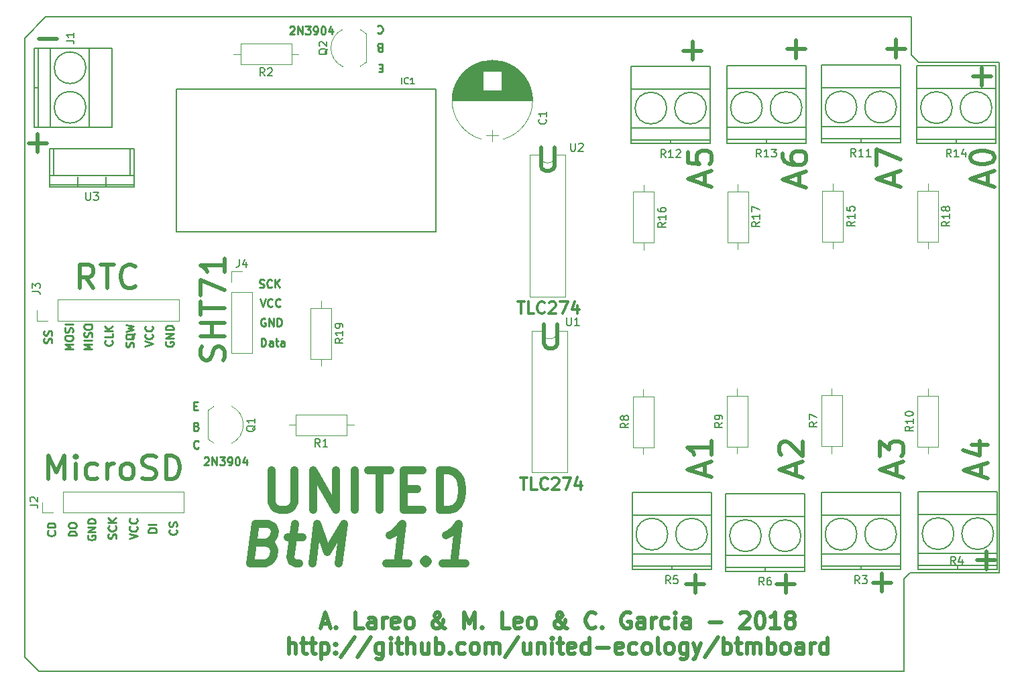
<source format=gbr>
%TF.GenerationSoftware,KiCad,Pcbnew,6.0.2+dfsg-1*%
%TF.CreationDate,2023-03-10T19:28:33+01:00*%
%TF.ProjectId,BtMusgo,42744d75-7367-46f2-9e6b-696361645f70,rev?*%
%TF.SameCoordinates,Original*%
%TF.FileFunction,Legend,Top*%
%TF.FilePolarity,Positive*%
%FSLAX46Y46*%
G04 Gerber Fmt 4.6, Leading zero omitted, Abs format (unit mm)*
G04 Created by KiCad (PCBNEW 6.0.2+dfsg-1) date 2023-03-10 19:28:33*
%MOMM*%
%LPD*%
G01*
G04 APERTURE LIST*
%TA.AperFunction,Profile*%
%ADD10C,0.150000*%
%TD*%
%ADD11C,0.500000*%
%ADD12C,1.000000*%
%ADD13C,0.250000*%
%ADD14C,0.300000*%
%ADD15C,0.150000*%
%ADD16C,0.160000*%
%ADD17C,0.120000*%
%ADD18O,1.501140X2.199640*%
%ADD19C,6.400000*%
%ADD20C,0.800000*%
%ADD21R,1.700000X1.700000*%
%ADD22O,1.700000X1.700000*%
%ADD23R,2.500000X2.500000*%
%ADD24C,2.500000*%
%ADD25C,1.520000*%
%ADD26R,1.520000X1.520000*%
%ADD27C,1.600000*%
%ADD28O,1.600000X1.600000*%
%ADD29R,2.400000X1.600000*%
%ADD30O,2.400000X1.600000*%
%ADD31O,2.032000X2.540000*%
%ADD32R,2.000000X2.000000*%
%ADD33C,2.000000*%
G04 APERTURE END LIST*
D10*
X236067600Y-74930000D02*
X235153200Y-74066400D01*
X246227600Y-74930000D02*
X236067600Y-74930000D01*
X234950000Y-139496979D02*
X234238800Y-140208179D01*
X246227600Y-139496979D02*
X234950000Y-139496979D01*
D11*
X232910000Y-90407857D02*
X232910000Y-88979285D01*
X233767142Y-90693571D02*
X230767142Y-89693571D01*
X233767142Y-88693571D01*
X230767142Y-87979285D02*
X230767142Y-85979285D01*
X233767142Y-87265000D01*
D12*
X153676303Y-135659857D02*
X154360827Y-135897952D01*
X154569160Y-136136047D01*
X154747732Y-136612238D01*
X154658446Y-137326523D01*
X154360827Y-137802714D01*
X154092970Y-138040809D01*
X153587017Y-138278904D01*
X151682255Y-138278904D01*
X152307255Y-133278904D01*
X153973922Y-133278904D01*
X154420351Y-133517000D01*
X154628684Y-133755095D01*
X154807255Y-134231285D01*
X154747732Y-134707476D01*
X154450113Y-135183666D01*
X154182255Y-135421761D01*
X153676303Y-135659857D01*
X152009636Y-135659857D01*
X156384636Y-134945571D02*
X158289398Y-134945571D01*
X157307255Y-133278904D02*
X156771541Y-137564619D01*
X156950113Y-138040809D01*
X157396541Y-138278904D01*
X157872732Y-138278904D01*
X159539398Y-138278904D02*
X160164398Y-133278904D01*
X161384636Y-136850333D01*
X163497732Y-133278904D01*
X162872732Y-138278904D01*
X171682255Y-138278904D02*
X168825113Y-138278904D01*
X170253684Y-138278904D02*
X170878684Y-133278904D01*
X170313208Y-133993190D01*
X169777494Y-134469380D01*
X169271541Y-134707476D01*
X173884636Y-137802714D02*
X174092970Y-138040809D01*
X173825113Y-138278904D01*
X173616779Y-138040809D01*
X173884636Y-137802714D01*
X173825113Y-138278904D01*
X178825113Y-138278904D02*
X175967970Y-138278904D01*
X177396541Y-138278904D02*
X178021541Y-133278904D01*
X177456065Y-133993190D01*
X176920351Y-134469380D01*
X176414398Y-134707476D01*
D11*
X206730742Y-140879485D02*
X209016457Y-140879485D01*
X207873600Y-142022342D02*
X207873600Y-139736628D01*
X218160742Y-140879485D02*
X220446457Y-140879485D01*
X219303600Y-142022342D02*
X219303600Y-139736628D01*
X230301942Y-140727085D02*
X232587657Y-140727085D01*
X231444800Y-141869942D02*
X231444800Y-139584228D01*
X243459142Y-137882285D02*
X245744857Y-137882285D01*
X244602000Y-139025142D02*
X244602000Y-136739428D01*
X242900342Y-76769885D02*
X245186057Y-76769885D01*
X244043200Y-77912742D02*
X244043200Y-75627028D01*
X232092642Y-73239285D02*
X234378357Y-73239285D01*
X233235500Y-74382142D02*
X233235500Y-72096428D01*
X219456142Y-73302785D02*
X221741857Y-73302785D01*
X220599000Y-74445642D02*
X220599000Y-72159928D01*
X206375142Y-73493285D02*
X208660857Y-73493285D01*
X207518000Y-74636142D02*
X207518000Y-72350428D01*
X160706357Y-145916333D02*
X161658738Y-145916333D01*
X160515880Y-146487761D02*
X161182547Y-144487761D01*
X161849214Y-146487761D01*
X162515880Y-146297285D02*
X162611119Y-146392523D01*
X162515880Y-146487761D01*
X162420642Y-146392523D01*
X162515880Y-146297285D01*
X162515880Y-146487761D01*
X165944452Y-146487761D02*
X164992071Y-146487761D01*
X164992071Y-144487761D01*
X167468261Y-146487761D02*
X167468261Y-145440142D01*
X167373023Y-145249666D01*
X167182547Y-145154428D01*
X166801595Y-145154428D01*
X166611119Y-145249666D01*
X167468261Y-146392523D02*
X167277785Y-146487761D01*
X166801595Y-146487761D01*
X166611119Y-146392523D01*
X166515880Y-146202047D01*
X166515880Y-146011571D01*
X166611119Y-145821095D01*
X166801595Y-145725857D01*
X167277785Y-145725857D01*
X167468261Y-145630619D01*
X168420642Y-146487761D02*
X168420642Y-145154428D01*
X168420642Y-145535380D02*
X168515880Y-145344904D01*
X168611119Y-145249666D01*
X168801595Y-145154428D01*
X168992071Y-145154428D01*
X170420642Y-146392523D02*
X170230166Y-146487761D01*
X169849214Y-146487761D01*
X169658738Y-146392523D01*
X169563500Y-146202047D01*
X169563500Y-145440142D01*
X169658738Y-145249666D01*
X169849214Y-145154428D01*
X170230166Y-145154428D01*
X170420642Y-145249666D01*
X170515880Y-145440142D01*
X170515880Y-145630619D01*
X169563500Y-145821095D01*
X171658738Y-146487761D02*
X171468261Y-146392523D01*
X171373023Y-146297285D01*
X171277785Y-146106809D01*
X171277785Y-145535380D01*
X171373023Y-145344904D01*
X171468261Y-145249666D01*
X171658738Y-145154428D01*
X171944452Y-145154428D01*
X172134928Y-145249666D01*
X172230166Y-145344904D01*
X172325404Y-145535380D01*
X172325404Y-146106809D01*
X172230166Y-146297285D01*
X172134928Y-146392523D01*
X171944452Y-146487761D01*
X171658738Y-146487761D01*
X176325404Y-146487761D02*
X176230166Y-146487761D01*
X176039690Y-146392523D01*
X175753976Y-146106809D01*
X175277785Y-145535380D01*
X175087309Y-145249666D01*
X174992071Y-144963952D01*
X174992071Y-144773476D01*
X175087309Y-144583000D01*
X175277785Y-144487761D01*
X175373023Y-144487761D01*
X175563500Y-144583000D01*
X175658738Y-144773476D01*
X175658738Y-144868714D01*
X175563500Y-145059190D01*
X175468261Y-145154428D01*
X174896833Y-145535380D01*
X174801595Y-145630619D01*
X174706357Y-145821095D01*
X174706357Y-146106809D01*
X174801595Y-146297285D01*
X174896833Y-146392523D01*
X175087309Y-146487761D01*
X175373023Y-146487761D01*
X175563500Y-146392523D01*
X175658738Y-146297285D01*
X175944452Y-145916333D01*
X176039690Y-145630619D01*
X176039690Y-145440142D01*
X178706357Y-146487761D02*
X178706357Y-144487761D01*
X179373023Y-145916333D01*
X180039690Y-144487761D01*
X180039690Y-146487761D01*
X180992071Y-146297285D02*
X181087309Y-146392523D01*
X180992071Y-146487761D01*
X180896833Y-146392523D01*
X180992071Y-146297285D01*
X180992071Y-146487761D01*
X184420642Y-146487761D02*
X183468261Y-146487761D01*
X183468261Y-144487761D01*
X185849214Y-146392523D02*
X185658738Y-146487761D01*
X185277785Y-146487761D01*
X185087309Y-146392523D01*
X184992071Y-146202047D01*
X184992071Y-145440142D01*
X185087309Y-145249666D01*
X185277785Y-145154428D01*
X185658738Y-145154428D01*
X185849214Y-145249666D01*
X185944452Y-145440142D01*
X185944452Y-145630619D01*
X184992071Y-145821095D01*
X187087309Y-146487761D02*
X186896833Y-146392523D01*
X186801595Y-146297285D01*
X186706357Y-146106809D01*
X186706357Y-145535380D01*
X186801595Y-145344904D01*
X186896833Y-145249666D01*
X187087309Y-145154428D01*
X187373023Y-145154428D01*
X187563500Y-145249666D01*
X187658738Y-145344904D01*
X187753976Y-145535380D01*
X187753976Y-146106809D01*
X187658738Y-146297285D01*
X187563500Y-146392523D01*
X187373023Y-146487761D01*
X187087309Y-146487761D01*
X191753976Y-146487761D02*
X191658738Y-146487761D01*
X191468261Y-146392523D01*
X191182547Y-146106809D01*
X190706357Y-145535380D01*
X190515880Y-145249666D01*
X190420642Y-144963952D01*
X190420642Y-144773476D01*
X190515880Y-144583000D01*
X190706357Y-144487761D01*
X190801595Y-144487761D01*
X190992071Y-144583000D01*
X191087309Y-144773476D01*
X191087309Y-144868714D01*
X190992071Y-145059190D01*
X190896833Y-145154428D01*
X190325404Y-145535380D01*
X190230166Y-145630619D01*
X190134928Y-145821095D01*
X190134928Y-146106809D01*
X190230166Y-146297285D01*
X190325404Y-146392523D01*
X190515880Y-146487761D01*
X190801595Y-146487761D01*
X190992071Y-146392523D01*
X191087309Y-146297285D01*
X191373023Y-145916333D01*
X191468261Y-145630619D01*
X191468261Y-145440142D01*
X195277785Y-146297285D02*
X195182547Y-146392523D01*
X194896833Y-146487761D01*
X194706357Y-146487761D01*
X194420642Y-146392523D01*
X194230166Y-146202047D01*
X194134928Y-146011571D01*
X194039690Y-145630619D01*
X194039690Y-145344904D01*
X194134928Y-144963952D01*
X194230166Y-144773476D01*
X194420642Y-144583000D01*
X194706357Y-144487761D01*
X194896833Y-144487761D01*
X195182547Y-144583000D01*
X195277785Y-144678238D01*
X196134928Y-146297285D02*
X196230166Y-146392523D01*
X196134928Y-146487761D01*
X196039690Y-146392523D01*
X196134928Y-146297285D01*
X196134928Y-146487761D01*
X199658738Y-144583000D02*
X199468261Y-144487761D01*
X199182547Y-144487761D01*
X198896833Y-144583000D01*
X198706357Y-144773476D01*
X198611119Y-144963952D01*
X198515880Y-145344904D01*
X198515880Y-145630619D01*
X198611119Y-146011571D01*
X198706357Y-146202047D01*
X198896833Y-146392523D01*
X199182547Y-146487761D01*
X199373023Y-146487761D01*
X199658738Y-146392523D01*
X199753976Y-146297285D01*
X199753976Y-145630619D01*
X199373023Y-145630619D01*
X201468261Y-146487761D02*
X201468261Y-145440142D01*
X201373023Y-145249666D01*
X201182547Y-145154428D01*
X200801595Y-145154428D01*
X200611119Y-145249666D01*
X201468261Y-146392523D02*
X201277785Y-146487761D01*
X200801595Y-146487761D01*
X200611119Y-146392523D01*
X200515880Y-146202047D01*
X200515880Y-146011571D01*
X200611119Y-145821095D01*
X200801595Y-145725857D01*
X201277785Y-145725857D01*
X201468261Y-145630619D01*
X202420642Y-146487761D02*
X202420642Y-145154428D01*
X202420642Y-145535380D02*
X202515880Y-145344904D01*
X202611119Y-145249666D01*
X202801595Y-145154428D01*
X202992071Y-145154428D01*
X204515880Y-146392523D02*
X204325404Y-146487761D01*
X203944452Y-146487761D01*
X203753976Y-146392523D01*
X203658738Y-146297285D01*
X203563499Y-146106809D01*
X203563499Y-145535380D01*
X203658738Y-145344904D01*
X203753976Y-145249666D01*
X203944452Y-145154428D01*
X204325404Y-145154428D01*
X204515880Y-145249666D01*
X205373023Y-146487761D02*
X205373023Y-145154428D01*
X205373023Y-144487761D02*
X205277785Y-144583000D01*
X205373023Y-144678238D01*
X205468261Y-144583000D01*
X205373023Y-144487761D01*
X205373023Y-144678238D01*
X207182547Y-146487761D02*
X207182547Y-145440142D01*
X207087309Y-145249666D01*
X206896833Y-145154428D01*
X206515880Y-145154428D01*
X206325404Y-145249666D01*
X207182547Y-146392523D02*
X206992071Y-146487761D01*
X206515880Y-146487761D01*
X206325404Y-146392523D01*
X206230166Y-146202047D01*
X206230166Y-146011571D01*
X206325404Y-145821095D01*
X206515880Y-145725857D01*
X206992071Y-145725857D01*
X207182547Y-145630619D01*
X209658738Y-145725857D02*
X211182547Y-145725857D01*
X213563499Y-144678238D02*
X213658738Y-144583000D01*
X213849214Y-144487761D01*
X214325404Y-144487761D01*
X214515880Y-144583000D01*
X214611119Y-144678238D01*
X214706357Y-144868714D01*
X214706357Y-145059190D01*
X214611119Y-145344904D01*
X213468261Y-146487761D01*
X214706357Y-146487761D01*
X215944452Y-144487761D02*
X216134928Y-144487761D01*
X216325404Y-144583000D01*
X216420642Y-144678238D01*
X216515880Y-144868714D01*
X216611119Y-145249666D01*
X216611119Y-145725857D01*
X216515880Y-146106809D01*
X216420642Y-146297285D01*
X216325404Y-146392523D01*
X216134928Y-146487761D01*
X215944452Y-146487761D01*
X215753976Y-146392523D01*
X215658738Y-146297285D01*
X215563499Y-146106809D01*
X215468261Y-145725857D01*
X215468261Y-145249666D01*
X215563499Y-144868714D01*
X215658738Y-144678238D01*
X215753976Y-144583000D01*
X215944452Y-144487761D01*
X218515880Y-146487761D02*
X217373023Y-146487761D01*
X217944452Y-146487761D02*
X217944452Y-144487761D01*
X217753976Y-144773476D01*
X217563499Y-144963952D01*
X217373023Y-145059190D01*
X219658738Y-145344904D02*
X219468261Y-145249666D01*
X219373023Y-145154428D01*
X219277785Y-144963952D01*
X219277785Y-144868714D01*
X219373023Y-144678238D01*
X219468261Y-144583000D01*
X219658738Y-144487761D01*
X220039690Y-144487761D01*
X220230166Y-144583000D01*
X220325404Y-144678238D01*
X220420642Y-144868714D01*
X220420642Y-144963952D01*
X220325404Y-145154428D01*
X220230166Y-145249666D01*
X220039690Y-145344904D01*
X219658738Y-145344904D01*
X219468261Y-145440142D01*
X219373023Y-145535380D01*
X219277785Y-145725857D01*
X219277785Y-146106809D01*
X219373023Y-146297285D01*
X219468261Y-146392523D01*
X219658738Y-146487761D01*
X220039690Y-146487761D01*
X220230166Y-146392523D01*
X220325404Y-146297285D01*
X220420642Y-146106809D01*
X220420642Y-145725857D01*
X220325404Y-145535380D01*
X220230166Y-145440142D01*
X220039690Y-145344904D01*
X156563500Y-149707761D02*
X156563500Y-147707761D01*
X157420642Y-149707761D02*
X157420642Y-148660142D01*
X157325404Y-148469666D01*
X157134928Y-148374428D01*
X156849214Y-148374428D01*
X156658738Y-148469666D01*
X156563500Y-148564904D01*
X158087309Y-148374428D02*
X158849214Y-148374428D01*
X158373023Y-147707761D02*
X158373023Y-149422047D01*
X158468261Y-149612523D01*
X158658738Y-149707761D01*
X158849214Y-149707761D01*
X159230166Y-148374428D02*
X159992071Y-148374428D01*
X159515880Y-147707761D02*
X159515880Y-149422047D01*
X159611119Y-149612523D01*
X159801595Y-149707761D01*
X159992071Y-149707761D01*
X160658738Y-148374428D02*
X160658738Y-150374428D01*
X160658738Y-148469666D02*
X160849214Y-148374428D01*
X161230166Y-148374428D01*
X161420642Y-148469666D01*
X161515880Y-148564904D01*
X161611119Y-148755380D01*
X161611119Y-149326809D01*
X161515880Y-149517285D01*
X161420642Y-149612523D01*
X161230166Y-149707761D01*
X160849214Y-149707761D01*
X160658738Y-149612523D01*
X162468261Y-149517285D02*
X162563500Y-149612523D01*
X162468261Y-149707761D01*
X162373023Y-149612523D01*
X162468261Y-149517285D01*
X162468261Y-149707761D01*
X162468261Y-148469666D02*
X162563500Y-148564904D01*
X162468261Y-148660142D01*
X162373023Y-148564904D01*
X162468261Y-148469666D01*
X162468261Y-148660142D01*
X164849214Y-147612523D02*
X163134928Y-150183952D01*
X166944452Y-147612523D02*
X165230166Y-150183952D01*
X168468261Y-148374428D02*
X168468261Y-149993476D01*
X168373023Y-150183952D01*
X168277785Y-150279190D01*
X168087309Y-150374428D01*
X167801595Y-150374428D01*
X167611119Y-150279190D01*
X168468261Y-149612523D02*
X168277785Y-149707761D01*
X167896833Y-149707761D01*
X167706357Y-149612523D01*
X167611119Y-149517285D01*
X167515880Y-149326809D01*
X167515880Y-148755380D01*
X167611119Y-148564904D01*
X167706357Y-148469666D01*
X167896833Y-148374428D01*
X168277785Y-148374428D01*
X168468261Y-148469666D01*
X169420642Y-149707761D02*
X169420642Y-148374428D01*
X169420642Y-147707761D02*
X169325404Y-147803000D01*
X169420642Y-147898238D01*
X169515880Y-147803000D01*
X169420642Y-147707761D01*
X169420642Y-147898238D01*
X170087309Y-148374428D02*
X170849214Y-148374428D01*
X170373023Y-147707761D02*
X170373023Y-149422047D01*
X170468261Y-149612523D01*
X170658738Y-149707761D01*
X170849214Y-149707761D01*
X171515880Y-149707761D02*
X171515880Y-147707761D01*
X172373023Y-149707761D02*
X172373023Y-148660142D01*
X172277785Y-148469666D01*
X172087309Y-148374428D01*
X171801595Y-148374428D01*
X171611119Y-148469666D01*
X171515880Y-148564904D01*
X174182547Y-148374428D02*
X174182547Y-149707761D01*
X173325404Y-148374428D02*
X173325404Y-149422047D01*
X173420642Y-149612523D01*
X173611119Y-149707761D01*
X173896833Y-149707761D01*
X174087309Y-149612523D01*
X174182547Y-149517285D01*
X175134928Y-149707761D02*
X175134928Y-147707761D01*
X175134928Y-148469666D02*
X175325404Y-148374428D01*
X175706357Y-148374428D01*
X175896833Y-148469666D01*
X175992071Y-148564904D01*
X176087309Y-148755380D01*
X176087309Y-149326809D01*
X175992071Y-149517285D01*
X175896833Y-149612523D01*
X175706357Y-149707761D01*
X175325404Y-149707761D01*
X175134928Y-149612523D01*
X176944452Y-149517285D02*
X177039690Y-149612523D01*
X176944452Y-149707761D01*
X176849214Y-149612523D01*
X176944452Y-149517285D01*
X176944452Y-149707761D01*
X178753976Y-149612523D02*
X178563500Y-149707761D01*
X178182547Y-149707761D01*
X177992071Y-149612523D01*
X177896833Y-149517285D01*
X177801595Y-149326809D01*
X177801595Y-148755380D01*
X177896833Y-148564904D01*
X177992071Y-148469666D01*
X178182547Y-148374428D01*
X178563500Y-148374428D01*
X178753976Y-148469666D01*
X179896833Y-149707761D02*
X179706357Y-149612523D01*
X179611119Y-149517285D01*
X179515880Y-149326809D01*
X179515880Y-148755380D01*
X179611119Y-148564904D01*
X179706357Y-148469666D01*
X179896833Y-148374428D01*
X180182547Y-148374428D01*
X180373023Y-148469666D01*
X180468261Y-148564904D01*
X180563500Y-148755380D01*
X180563500Y-149326809D01*
X180468261Y-149517285D01*
X180373023Y-149612523D01*
X180182547Y-149707761D01*
X179896833Y-149707761D01*
X181420642Y-149707761D02*
X181420642Y-148374428D01*
X181420642Y-148564904D02*
X181515880Y-148469666D01*
X181706357Y-148374428D01*
X181992071Y-148374428D01*
X182182547Y-148469666D01*
X182277785Y-148660142D01*
X182277785Y-149707761D01*
X182277785Y-148660142D02*
X182373023Y-148469666D01*
X182563500Y-148374428D01*
X182849214Y-148374428D01*
X183039690Y-148469666D01*
X183134928Y-148660142D01*
X183134928Y-149707761D01*
X185515880Y-147612523D02*
X183801595Y-150183952D01*
X187039690Y-148374428D02*
X187039690Y-149707761D01*
X186182547Y-148374428D02*
X186182547Y-149422047D01*
X186277785Y-149612523D01*
X186468261Y-149707761D01*
X186753976Y-149707761D01*
X186944452Y-149612523D01*
X187039690Y-149517285D01*
X187992071Y-148374428D02*
X187992071Y-149707761D01*
X187992071Y-148564904D02*
X188087309Y-148469666D01*
X188277785Y-148374428D01*
X188563500Y-148374428D01*
X188753976Y-148469666D01*
X188849214Y-148660142D01*
X188849214Y-149707761D01*
X189801595Y-149707761D02*
X189801595Y-148374428D01*
X189801595Y-147707761D02*
X189706357Y-147803000D01*
X189801595Y-147898238D01*
X189896833Y-147803000D01*
X189801595Y-147707761D01*
X189801595Y-147898238D01*
X190468261Y-148374428D02*
X191230166Y-148374428D01*
X190753976Y-147707761D02*
X190753976Y-149422047D01*
X190849214Y-149612523D01*
X191039690Y-149707761D01*
X191230166Y-149707761D01*
X192658738Y-149612523D02*
X192468261Y-149707761D01*
X192087309Y-149707761D01*
X191896833Y-149612523D01*
X191801595Y-149422047D01*
X191801595Y-148660142D01*
X191896833Y-148469666D01*
X192087309Y-148374428D01*
X192468261Y-148374428D01*
X192658738Y-148469666D01*
X192753976Y-148660142D01*
X192753976Y-148850619D01*
X191801595Y-149041095D01*
X194468261Y-149707761D02*
X194468261Y-147707761D01*
X194468261Y-149612523D02*
X194277785Y-149707761D01*
X193896833Y-149707761D01*
X193706357Y-149612523D01*
X193611119Y-149517285D01*
X193515880Y-149326809D01*
X193515880Y-148755380D01*
X193611119Y-148564904D01*
X193706357Y-148469666D01*
X193896833Y-148374428D01*
X194277785Y-148374428D01*
X194468261Y-148469666D01*
X195420642Y-148945857D02*
X196944452Y-148945857D01*
X198658738Y-149612523D02*
X198468261Y-149707761D01*
X198087309Y-149707761D01*
X197896833Y-149612523D01*
X197801595Y-149422047D01*
X197801595Y-148660142D01*
X197896833Y-148469666D01*
X198087309Y-148374428D01*
X198468261Y-148374428D01*
X198658738Y-148469666D01*
X198753976Y-148660142D01*
X198753976Y-148850619D01*
X197801595Y-149041095D01*
X200468261Y-149612523D02*
X200277785Y-149707761D01*
X199896833Y-149707761D01*
X199706357Y-149612523D01*
X199611119Y-149517285D01*
X199515880Y-149326809D01*
X199515880Y-148755380D01*
X199611119Y-148564904D01*
X199706357Y-148469666D01*
X199896833Y-148374428D01*
X200277785Y-148374428D01*
X200468261Y-148469666D01*
X201611119Y-149707761D02*
X201420642Y-149612523D01*
X201325404Y-149517285D01*
X201230166Y-149326809D01*
X201230166Y-148755380D01*
X201325404Y-148564904D01*
X201420642Y-148469666D01*
X201611119Y-148374428D01*
X201896833Y-148374428D01*
X202087309Y-148469666D01*
X202182547Y-148564904D01*
X202277785Y-148755380D01*
X202277785Y-149326809D01*
X202182547Y-149517285D01*
X202087309Y-149612523D01*
X201896833Y-149707761D01*
X201611119Y-149707761D01*
X203420642Y-149707761D02*
X203230166Y-149612523D01*
X203134928Y-149422047D01*
X203134928Y-147707761D01*
X204468261Y-149707761D02*
X204277785Y-149612523D01*
X204182547Y-149517285D01*
X204087309Y-149326809D01*
X204087309Y-148755380D01*
X204182547Y-148564904D01*
X204277785Y-148469666D01*
X204468261Y-148374428D01*
X204753976Y-148374428D01*
X204944452Y-148469666D01*
X205039690Y-148564904D01*
X205134928Y-148755380D01*
X205134928Y-149326809D01*
X205039690Y-149517285D01*
X204944452Y-149612523D01*
X204753976Y-149707761D01*
X204468261Y-149707761D01*
X206849214Y-148374428D02*
X206849214Y-149993476D01*
X206753976Y-150183952D01*
X206658738Y-150279190D01*
X206468261Y-150374428D01*
X206182547Y-150374428D01*
X205992071Y-150279190D01*
X206849214Y-149612523D02*
X206658738Y-149707761D01*
X206277785Y-149707761D01*
X206087309Y-149612523D01*
X205992071Y-149517285D01*
X205896833Y-149326809D01*
X205896833Y-148755380D01*
X205992071Y-148564904D01*
X206087309Y-148469666D01*
X206277785Y-148374428D01*
X206658738Y-148374428D01*
X206849214Y-148469666D01*
X207611119Y-148374428D02*
X208087309Y-149707761D01*
X208563500Y-148374428D02*
X208087309Y-149707761D01*
X207896833Y-150183952D01*
X207801595Y-150279190D01*
X207611119Y-150374428D01*
X210753976Y-147612523D02*
X209039690Y-150183952D01*
X211420642Y-149707761D02*
X211420642Y-147707761D01*
X211420642Y-148469666D02*
X211611119Y-148374428D01*
X211992071Y-148374428D01*
X212182547Y-148469666D01*
X212277785Y-148564904D01*
X212373023Y-148755380D01*
X212373023Y-149326809D01*
X212277785Y-149517285D01*
X212182547Y-149612523D01*
X211992071Y-149707761D01*
X211611119Y-149707761D01*
X211420642Y-149612523D01*
X212944452Y-148374428D02*
X213706357Y-148374428D01*
X213230166Y-147707761D02*
X213230166Y-149422047D01*
X213325404Y-149612523D01*
X213515880Y-149707761D01*
X213706357Y-149707761D01*
X214373023Y-149707761D02*
X214373023Y-148374428D01*
X214373023Y-148564904D02*
X214468261Y-148469666D01*
X214658738Y-148374428D01*
X214944452Y-148374428D01*
X215134928Y-148469666D01*
X215230166Y-148660142D01*
X215230166Y-149707761D01*
X215230166Y-148660142D02*
X215325404Y-148469666D01*
X215515880Y-148374428D01*
X215801595Y-148374428D01*
X215992071Y-148469666D01*
X216087309Y-148660142D01*
X216087309Y-149707761D01*
X217039690Y-149707761D02*
X217039690Y-147707761D01*
X217039690Y-148469666D02*
X217230166Y-148374428D01*
X217611119Y-148374428D01*
X217801595Y-148469666D01*
X217896833Y-148564904D01*
X217992071Y-148755380D01*
X217992071Y-149326809D01*
X217896833Y-149517285D01*
X217801595Y-149612523D01*
X217611119Y-149707761D01*
X217230166Y-149707761D01*
X217039690Y-149612523D01*
X219134928Y-149707761D02*
X218944452Y-149612523D01*
X218849214Y-149517285D01*
X218753976Y-149326809D01*
X218753976Y-148755380D01*
X218849214Y-148564904D01*
X218944452Y-148469666D01*
X219134928Y-148374428D01*
X219420642Y-148374428D01*
X219611119Y-148469666D01*
X219706357Y-148564904D01*
X219801595Y-148755380D01*
X219801595Y-149326809D01*
X219706357Y-149517285D01*
X219611119Y-149612523D01*
X219420642Y-149707761D01*
X219134928Y-149707761D01*
X221515880Y-149707761D02*
X221515880Y-148660142D01*
X221420642Y-148469666D01*
X221230166Y-148374428D01*
X220849214Y-148374428D01*
X220658738Y-148469666D01*
X221515880Y-149612523D02*
X221325404Y-149707761D01*
X220849214Y-149707761D01*
X220658738Y-149612523D01*
X220563499Y-149422047D01*
X220563499Y-149231571D01*
X220658738Y-149041095D01*
X220849214Y-148945857D01*
X221325404Y-148945857D01*
X221515880Y-148850619D01*
X222468261Y-149707761D02*
X222468261Y-148374428D01*
X222468261Y-148755380D02*
X222563499Y-148564904D01*
X222658738Y-148469666D01*
X222849214Y-148374428D01*
X223039690Y-148374428D01*
X224563499Y-149707761D02*
X224563499Y-147707761D01*
X224563499Y-149612523D02*
X224373023Y-149707761D01*
X223992071Y-149707761D01*
X223801595Y-149612523D01*
X223706357Y-149517285D01*
X223611119Y-149326809D01*
X223611119Y-148755380D01*
X223706357Y-148564904D01*
X223801595Y-148469666D01*
X223992071Y-148374428D01*
X224373023Y-148374428D01*
X224563499Y-148469666D01*
D12*
X154401738Y-126547904D02*
X154401738Y-130595523D01*
X154639833Y-131071714D01*
X154877928Y-131309809D01*
X155354119Y-131547904D01*
X156306500Y-131547904D01*
X156782690Y-131309809D01*
X157020785Y-131071714D01*
X157258880Y-130595523D01*
X157258880Y-126547904D01*
X159639833Y-131547904D02*
X159639833Y-126547904D01*
X162496976Y-131547904D01*
X162496976Y-126547904D01*
X164877928Y-131547904D02*
X164877928Y-126547904D01*
X166544595Y-126547904D02*
X169401738Y-126547904D01*
X167973166Y-131547904D02*
X167973166Y-126547904D01*
X171068404Y-128928857D02*
X172735071Y-128928857D01*
X173449357Y-131547904D02*
X171068404Y-131547904D01*
X171068404Y-126547904D01*
X173449357Y-126547904D01*
X175592214Y-131547904D02*
X175592214Y-126547904D01*
X176782690Y-126547904D01*
X177496976Y-126786000D01*
X177973166Y-127262190D01*
X178211261Y-127738380D01*
X178449357Y-128690761D01*
X178449357Y-129405047D01*
X178211261Y-130357428D01*
X177973166Y-130833619D01*
X177496976Y-131309809D01*
X176782690Y-131547904D01*
X175592214Y-131547904D01*
D13*
X168362285Y-75699928D02*
X168028952Y-75699928D01*
X167886095Y-75176119D02*
X168362285Y-75176119D01*
X168362285Y-76176119D01*
X167886095Y-76176119D01*
X168013071Y-73096428D02*
X167870214Y-73048809D01*
X167822595Y-73001190D01*
X167774976Y-72905952D01*
X167774976Y-72763095D01*
X167822595Y-72667857D01*
X167870214Y-72620238D01*
X167965452Y-72572619D01*
X168346404Y-72572619D01*
X168346404Y-73572619D01*
X168013071Y-73572619D01*
X167917833Y-73525000D01*
X167870214Y-73477380D01*
X167822595Y-73382142D01*
X167822595Y-73286904D01*
X167870214Y-73191666D01*
X167917833Y-73144047D01*
X168013071Y-73096428D01*
X168346404Y-73096428D01*
X167774976Y-70381857D02*
X167822595Y-70334238D01*
X167965452Y-70286619D01*
X168060690Y-70286619D01*
X168203547Y-70334238D01*
X168298785Y-70429476D01*
X168346404Y-70524714D01*
X168394023Y-70715190D01*
X168394023Y-70858047D01*
X168346404Y-71048523D01*
X168298785Y-71143761D01*
X168203547Y-71239000D01*
X168060690Y-71286619D01*
X167965452Y-71286619D01*
X167822595Y-71239000D01*
X167774976Y-71191380D01*
X156696114Y-70515219D02*
X156743733Y-70467600D01*
X156838971Y-70419980D01*
X157077066Y-70419980D01*
X157172304Y-70467600D01*
X157219923Y-70515219D01*
X157267542Y-70610457D01*
X157267542Y-70705695D01*
X157219923Y-70848552D01*
X156648495Y-71419980D01*
X157267542Y-71419980D01*
X157696114Y-71419980D02*
X157696114Y-70419980D01*
X158267542Y-71419980D01*
X158267542Y-70419980D01*
X158648495Y-70419980D02*
X159267542Y-70419980D01*
X158934209Y-70800933D01*
X159077066Y-70800933D01*
X159172304Y-70848552D01*
X159219923Y-70896171D01*
X159267542Y-70991409D01*
X159267542Y-71229504D01*
X159219923Y-71324742D01*
X159172304Y-71372361D01*
X159077066Y-71419980D01*
X158791352Y-71419980D01*
X158696114Y-71372361D01*
X158648495Y-71324742D01*
X159743733Y-71419980D02*
X159934209Y-71419980D01*
X160029447Y-71372361D01*
X160077066Y-71324742D01*
X160172304Y-71181885D01*
X160219923Y-70991409D01*
X160219923Y-70610457D01*
X160172304Y-70515219D01*
X160124685Y-70467600D01*
X160029447Y-70419980D01*
X159838971Y-70419980D01*
X159743733Y-70467600D01*
X159696114Y-70515219D01*
X159648495Y-70610457D01*
X159648495Y-70848552D01*
X159696114Y-70943790D01*
X159743733Y-70991409D01*
X159838971Y-71039028D01*
X160029447Y-71039028D01*
X160124685Y-70991409D01*
X160172304Y-70943790D01*
X160219923Y-70848552D01*
X160838971Y-70419980D02*
X160934209Y-70419980D01*
X161029447Y-70467600D01*
X161077066Y-70515219D01*
X161124685Y-70610457D01*
X161172304Y-70800933D01*
X161172304Y-71039028D01*
X161124685Y-71229504D01*
X161077066Y-71324742D01*
X161029447Y-71372361D01*
X160934209Y-71419980D01*
X160838971Y-71419980D01*
X160743733Y-71372361D01*
X160696114Y-71324742D01*
X160648495Y-71229504D01*
X160600876Y-71039028D01*
X160600876Y-70800933D01*
X160648495Y-70610457D01*
X160696114Y-70515219D01*
X160743733Y-70467600D01*
X160838971Y-70419980D01*
X162029447Y-70753314D02*
X162029447Y-71419980D01*
X161791352Y-70372361D02*
X161553257Y-71086647D01*
X162172304Y-71086647D01*
X145875714Y-124960119D02*
X145923333Y-124912500D01*
X146018571Y-124864880D01*
X146256666Y-124864880D01*
X146351904Y-124912500D01*
X146399523Y-124960119D01*
X146447142Y-125055357D01*
X146447142Y-125150595D01*
X146399523Y-125293452D01*
X145828095Y-125864880D01*
X146447142Y-125864880D01*
X146875714Y-125864880D02*
X146875714Y-124864880D01*
X147447142Y-125864880D01*
X147447142Y-124864880D01*
X147828095Y-124864880D02*
X148447142Y-124864880D01*
X148113809Y-125245833D01*
X148256666Y-125245833D01*
X148351904Y-125293452D01*
X148399523Y-125341071D01*
X148447142Y-125436309D01*
X148447142Y-125674404D01*
X148399523Y-125769642D01*
X148351904Y-125817261D01*
X148256666Y-125864880D01*
X147970952Y-125864880D01*
X147875714Y-125817261D01*
X147828095Y-125769642D01*
X148923333Y-125864880D02*
X149113809Y-125864880D01*
X149209047Y-125817261D01*
X149256666Y-125769642D01*
X149351904Y-125626785D01*
X149399523Y-125436309D01*
X149399523Y-125055357D01*
X149351904Y-124960119D01*
X149304285Y-124912500D01*
X149209047Y-124864880D01*
X149018571Y-124864880D01*
X148923333Y-124912500D01*
X148875714Y-124960119D01*
X148828095Y-125055357D01*
X148828095Y-125293452D01*
X148875714Y-125388690D01*
X148923333Y-125436309D01*
X149018571Y-125483928D01*
X149209047Y-125483928D01*
X149304285Y-125436309D01*
X149351904Y-125388690D01*
X149399523Y-125293452D01*
X150018571Y-124864880D02*
X150113809Y-124864880D01*
X150209047Y-124912500D01*
X150256666Y-124960119D01*
X150304285Y-125055357D01*
X150351904Y-125245833D01*
X150351904Y-125483928D01*
X150304285Y-125674404D01*
X150256666Y-125769642D01*
X150209047Y-125817261D01*
X150113809Y-125864880D01*
X150018571Y-125864880D01*
X149923333Y-125817261D01*
X149875714Y-125769642D01*
X149828095Y-125674404D01*
X149780476Y-125483928D01*
X149780476Y-125245833D01*
X149828095Y-125055357D01*
X149875714Y-124960119D01*
X149923333Y-124912500D01*
X150018571Y-124864880D01*
X151209047Y-125198214D02*
X151209047Y-125864880D01*
X150970952Y-124817261D02*
X150732857Y-125531547D01*
X151351904Y-125531547D01*
X145153023Y-123674142D02*
X145105404Y-123721761D01*
X144962547Y-123769380D01*
X144867309Y-123769380D01*
X144724452Y-123721761D01*
X144629214Y-123626523D01*
X144581595Y-123531285D01*
X144533976Y-123340809D01*
X144533976Y-123197952D01*
X144581595Y-123007476D01*
X144629214Y-122912238D01*
X144724452Y-122817000D01*
X144867309Y-122769380D01*
X144962547Y-122769380D01*
X145105404Y-122817000D01*
X145153023Y-122864619D01*
X144914928Y-120959571D02*
X145057785Y-121007190D01*
X145105404Y-121054809D01*
X145153023Y-121150047D01*
X145153023Y-121292904D01*
X145105404Y-121388142D01*
X145057785Y-121435761D01*
X144962547Y-121483380D01*
X144581595Y-121483380D01*
X144581595Y-120483380D01*
X144914928Y-120483380D01*
X145010166Y-120531000D01*
X145057785Y-120578619D01*
X145105404Y-120673857D01*
X145105404Y-120769095D01*
X145057785Y-120864333D01*
X145010166Y-120911952D01*
X144914928Y-120959571D01*
X144581595Y-120959571D01*
X144565714Y-118356071D02*
X144899047Y-118356071D01*
X145041904Y-118879880D02*
X144565714Y-118879880D01*
X144565714Y-117879880D01*
X145041904Y-117879880D01*
D14*
X185809428Y-127448571D02*
X186666571Y-127448571D01*
X186238000Y-128948571D02*
X186238000Y-127448571D01*
X187880857Y-128948571D02*
X187166571Y-128948571D01*
X187166571Y-127448571D01*
X189238000Y-128805714D02*
X189166571Y-128877142D01*
X188952285Y-128948571D01*
X188809428Y-128948571D01*
X188595142Y-128877142D01*
X188452285Y-128734285D01*
X188380857Y-128591428D01*
X188309428Y-128305714D01*
X188309428Y-128091428D01*
X188380857Y-127805714D01*
X188452285Y-127662857D01*
X188595142Y-127520000D01*
X188809428Y-127448571D01*
X188952285Y-127448571D01*
X189166571Y-127520000D01*
X189238000Y-127591428D01*
X189809428Y-127591428D02*
X189880857Y-127520000D01*
X190023714Y-127448571D01*
X190380857Y-127448571D01*
X190523714Y-127520000D01*
X190595142Y-127591428D01*
X190666571Y-127734285D01*
X190666571Y-127877142D01*
X190595142Y-128091428D01*
X189738000Y-128948571D01*
X190666571Y-128948571D01*
X191166571Y-127448571D02*
X192166571Y-127448571D01*
X191523714Y-128948571D01*
X193380857Y-127948571D02*
X193380857Y-128948571D01*
X193023714Y-127377142D02*
X192666571Y-128448571D01*
X193595142Y-128448571D01*
X185428428Y-105223571D02*
X186285571Y-105223571D01*
X185857000Y-106723571D02*
X185857000Y-105223571D01*
X187499857Y-106723571D02*
X186785571Y-106723571D01*
X186785571Y-105223571D01*
X188857000Y-106580714D02*
X188785571Y-106652142D01*
X188571285Y-106723571D01*
X188428428Y-106723571D01*
X188214142Y-106652142D01*
X188071285Y-106509285D01*
X187999857Y-106366428D01*
X187928428Y-106080714D01*
X187928428Y-105866428D01*
X187999857Y-105580714D01*
X188071285Y-105437857D01*
X188214142Y-105295000D01*
X188428428Y-105223571D01*
X188571285Y-105223571D01*
X188785571Y-105295000D01*
X188857000Y-105366428D01*
X189428428Y-105366428D02*
X189499857Y-105295000D01*
X189642714Y-105223571D01*
X189999857Y-105223571D01*
X190142714Y-105295000D01*
X190214142Y-105366428D01*
X190285571Y-105509285D01*
X190285571Y-105652142D01*
X190214142Y-105866428D01*
X189357000Y-106723571D01*
X190285571Y-106723571D01*
X190785571Y-105223571D02*
X191785571Y-105223571D01*
X191142714Y-106723571D01*
X192999857Y-105723571D02*
X192999857Y-106723571D01*
X192642714Y-105152142D02*
X192285571Y-106223571D01*
X193214142Y-106223571D01*
D11*
X188753857Y-108085142D02*
X188753857Y-110513714D01*
X188896714Y-110799428D01*
X189039571Y-110942285D01*
X189325285Y-111085142D01*
X189896714Y-111085142D01*
X190182428Y-110942285D01*
X190325285Y-110799428D01*
X190468142Y-110513714D01*
X190468142Y-108085142D01*
X188372857Y-85669642D02*
X188372857Y-88098214D01*
X188515714Y-88383928D01*
X188658571Y-88526785D01*
X188944285Y-88669642D01*
X189515714Y-88669642D01*
X189801428Y-88526785D01*
X189944285Y-88383928D01*
X190087142Y-88098214D01*
X190087142Y-85669642D01*
X124993542Y-71994685D02*
X127279257Y-71994685D01*
X123723542Y-85202685D02*
X126009257Y-85202685D01*
X124866400Y-86345542D02*
X124866400Y-84059828D01*
D13*
X126579261Y-110426404D02*
X126626880Y-110283547D01*
X126626880Y-110045452D01*
X126579261Y-109950214D01*
X126531642Y-109902595D01*
X126436404Y-109854976D01*
X126341166Y-109854976D01*
X126245928Y-109902595D01*
X126198309Y-109950214D01*
X126150690Y-110045452D01*
X126103071Y-110235928D01*
X126055452Y-110331166D01*
X126007833Y-110378785D01*
X125912595Y-110426404D01*
X125817357Y-110426404D01*
X125722119Y-110378785D01*
X125674500Y-110331166D01*
X125626880Y-110235928D01*
X125626880Y-109997833D01*
X125674500Y-109854976D01*
X126579261Y-109474023D02*
X126626880Y-109331166D01*
X126626880Y-109093071D01*
X126579261Y-108997833D01*
X126531642Y-108950214D01*
X126436404Y-108902595D01*
X126341166Y-108902595D01*
X126245928Y-108950214D01*
X126198309Y-108997833D01*
X126150690Y-109093071D01*
X126103071Y-109283547D01*
X126055452Y-109378785D01*
X126007833Y-109426404D01*
X125912595Y-109474023D01*
X125817357Y-109474023D01*
X125722119Y-109426404D01*
X125674500Y-109378785D01*
X125626880Y-109283547D01*
X125626880Y-109045452D01*
X125674500Y-108902595D01*
X129293880Y-111235928D02*
X128293880Y-111235928D01*
X129008166Y-110902595D01*
X128293880Y-110569261D01*
X129293880Y-110569261D01*
X128293880Y-109902595D02*
X128293880Y-109712119D01*
X128341500Y-109616880D01*
X128436738Y-109521642D01*
X128627214Y-109474023D01*
X128960547Y-109474023D01*
X129151023Y-109521642D01*
X129246261Y-109616880D01*
X129293880Y-109712119D01*
X129293880Y-109902595D01*
X129246261Y-109997833D01*
X129151023Y-110093071D01*
X128960547Y-110140690D01*
X128627214Y-110140690D01*
X128436738Y-110093071D01*
X128341500Y-109997833D01*
X128293880Y-109902595D01*
X129246261Y-109093071D02*
X129293880Y-108950214D01*
X129293880Y-108712119D01*
X129246261Y-108616880D01*
X129198642Y-108569261D01*
X129103404Y-108521642D01*
X129008166Y-108521642D01*
X128912928Y-108569261D01*
X128865309Y-108616880D01*
X128817690Y-108712119D01*
X128770071Y-108902595D01*
X128722452Y-108997833D01*
X128674833Y-109045452D01*
X128579595Y-109093071D01*
X128484357Y-109093071D01*
X128389119Y-109045452D01*
X128341500Y-108997833D01*
X128293880Y-108902595D01*
X128293880Y-108664500D01*
X128341500Y-108521642D01*
X129293880Y-108093071D02*
X128293880Y-108093071D01*
X131706880Y-111235928D02*
X130706880Y-111235928D01*
X131421166Y-110902595D01*
X130706880Y-110569261D01*
X131706880Y-110569261D01*
X131706880Y-110093071D02*
X130706880Y-110093071D01*
X131659261Y-109664500D02*
X131706880Y-109521642D01*
X131706880Y-109283547D01*
X131659261Y-109188309D01*
X131611642Y-109140690D01*
X131516404Y-109093071D01*
X131421166Y-109093071D01*
X131325928Y-109140690D01*
X131278309Y-109188309D01*
X131230690Y-109283547D01*
X131183071Y-109474023D01*
X131135452Y-109569261D01*
X131087833Y-109616880D01*
X130992595Y-109664500D01*
X130897357Y-109664500D01*
X130802119Y-109616880D01*
X130754500Y-109569261D01*
X130706880Y-109474023D01*
X130706880Y-109235928D01*
X130754500Y-109093071D01*
X130706880Y-108474023D02*
X130706880Y-108283547D01*
X130754500Y-108188309D01*
X130849738Y-108093071D01*
X131040214Y-108045452D01*
X131373547Y-108045452D01*
X131564023Y-108093071D01*
X131659261Y-108188309D01*
X131706880Y-108283547D01*
X131706880Y-108474023D01*
X131659261Y-108569261D01*
X131564023Y-108664500D01*
X131373547Y-108712119D01*
X131040214Y-108712119D01*
X130849738Y-108664500D01*
X130754500Y-108569261D01*
X130706880Y-108474023D01*
X134215142Y-110132738D02*
X134262761Y-110180357D01*
X134310380Y-110323214D01*
X134310380Y-110418452D01*
X134262761Y-110561309D01*
X134167523Y-110656547D01*
X134072285Y-110704166D01*
X133881809Y-110751785D01*
X133738952Y-110751785D01*
X133548476Y-110704166D01*
X133453238Y-110656547D01*
X133358000Y-110561309D01*
X133310380Y-110418452D01*
X133310380Y-110323214D01*
X133358000Y-110180357D01*
X133405619Y-110132738D01*
X134310380Y-109227976D02*
X134310380Y-109704166D01*
X133310380Y-109704166D01*
X134310380Y-108894642D02*
X133310380Y-108894642D01*
X134310380Y-108323214D02*
X133738952Y-108751785D01*
X133310380Y-108323214D02*
X133881809Y-108894642D01*
X136929761Y-110918452D02*
X136977380Y-110775595D01*
X136977380Y-110537500D01*
X136929761Y-110442261D01*
X136882142Y-110394642D01*
X136786904Y-110347023D01*
X136691666Y-110347023D01*
X136596428Y-110394642D01*
X136548809Y-110442261D01*
X136501190Y-110537500D01*
X136453571Y-110727976D01*
X136405952Y-110823214D01*
X136358333Y-110870833D01*
X136263095Y-110918452D01*
X136167857Y-110918452D01*
X136072619Y-110870833D01*
X136025000Y-110823214D01*
X135977380Y-110727976D01*
X135977380Y-110489880D01*
X136025000Y-110347023D01*
X137072619Y-109251785D02*
X137025000Y-109347023D01*
X136929761Y-109442261D01*
X136786904Y-109585119D01*
X136739285Y-109680357D01*
X136739285Y-109775595D01*
X136977380Y-109727976D02*
X136929761Y-109823214D01*
X136834523Y-109918452D01*
X136644047Y-109966071D01*
X136310714Y-109966071D01*
X136120238Y-109918452D01*
X136025000Y-109823214D01*
X135977380Y-109727976D01*
X135977380Y-109537500D01*
X136025000Y-109442261D01*
X136120238Y-109347023D01*
X136310714Y-109299404D01*
X136644047Y-109299404D01*
X136834523Y-109347023D01*
X136929761Y-109442261D01*
X136977380Y-109537500D01*
X136977380Y-109727976D01*
X135977380Y-108966071D02*
X136977380Y-108727976D01*
X136263095Y-108537500D01*
X136977380Y-108347023D01*
X135977380Y-108108928D01*
X138390380Y-110870833D02*
X139390380Y-110537500D01*
X138390380Y-110204166D01*
X139295142Y-109299404D02*
X139342761Y-109347023D01*
X139390380Y-109489880D01*
X139390380Y-109585119D01*
X139342761Y-109727976D01*
X139247523Y-109823214D01*
X139152285Y-109870833D01*
X138961809Y-109918452D01*
X138818952Y-109918452D01*
X138628476Y-109870833D01*
X138533238Y-109823214D01*
X138438000Y-109727976D01*
X138390380Y-109585119D01*
X138390380Y-109489880D01*
X138438000Y-109347023D01*
X138485619Y-109299404D01*
X139295142Y-108299404D02*
X139342761Y-108347023D01*
X139390380Y-108489880D01*
X139390380Y-108585119D01*
X139342761Y-108727976D01*
X139247523Y-108823214D01*
X139152285Y-108870833D01*
X138961809Y-108918452D01*
X138818952Y-108918452D01*
X138628476Y-108870833D01*
X138533238Y-108823214D01*
X138438000Y-108727976D01*
X138390380Y-108585119D01*
X138390380Y-108489880D01*
X138438000Y-108347023D01*
X138485619Y-108299404D01*
X141041500Y-110299404D02*
X140993880Y-110394642D01*
X140993880Y-110537500D01*
X141041500Y-110680357D01*
X141136738Y-110775595D01*
X141231976Y-110823214D01*
X141422452Y-110870833D01*
X141565309Y-110870833D01*
X141755785Y-110823214D01*
X141851023Y-110775595D01*
X141946261Y-110680357D01*
X141993880Y-110537500D01*
X141993880Y-110442261D01*
X141946261Y-110299404D01*
X141898642Y-110251785D01*
X141565309Y-110251785D01*
X141565309Y-110442261D01*
X141993880Y-109823214D02*
X140993880Y-109823214D01*
X141993880Y-109251785D01*
X140993880Y-109251785D01*
X141993880Y-108775595D02*
X140993880Y-108775595D01*
X140993880Y-108537500D01*
X141041500Y-108394642D01*
X141136738Y-108299404D01*
X141231976Y-108251785D01*
X141422452Y-108204166D01*
X141565309Y-108204166D01*
X141755785Y-108251785D01*
X141851023Y-108299404D01*
X141946261Y-108394642D01*
X141993880Y-108537500D01*
X141993880Y-108775595D01*
X142343142Y-134024666D02*
X142390761Y-134072285D01*
X142438380Y-134215142D01*
X142438380Y-134310380D01*
X142390761Y-134453238D01*
X142295523Y-134548476D01*
X142200285Y-134596095D01*
X142009809Y-134643714D01*
X141866952Y-134643714D01*
X141676476Y-134596095D01*
X141581238Y-134548476D01*
X141486000Y-134453238D01*
X141438380Y-134310380D01*
X141438380Y-134215142D01*
X141486000Y-134072285D01*
X141533619Y-134024666D01*
X142390761Y-133643714D02*
X142438380Y-133500857D01*
X142438380Y-133262761D01*
X142390761Y-133167523D01*
X142343142Y-133119904D01*
X142247904Y-133072285D01*
X142152666Y-133072285D01*
X142057428Y-133119904D01*
X142009809Y-133167523D01*
X141962190Y-133262761D01*
X141914571Y-133453238D01*
X141866952Y-133548476D01*
X141819333Y-133596095D01*
X141724095Y-133643714D01*
X141628857Y-133643714D01*
X141533619Y-133596095D01*
X141486000Y-133548476D01*
X141438380Y-133453238D01*
X141438380Y-133215142D01*
X141486000Y-133072285D01*
X134707261Y-135143714D02*
X134754880Y-135000857D01*
X134754880Y-134762761D01*
X134707261Y-134667523D01*
X134659642Y-134619904D01*
X134564404Y-134572285D01*
X134469166Y-134572285D01*
X134373928Y-134619904D01*
X134326309Y-134667523D01*
X134278690Y-134762761D01*
X134231071Y-134953238D01*
X134183452Y-135048476D01*
X134135833Y-135096095D01*
X134040595Y-135143714D01*
X133945357Y-135143714D01*
X133850119Y-135096095D01*
X133802500Y-135048476D01*
X133754880Y-134953238D01*
X133754880Y-134715142D01*
X133802500Y-134572285D01*
X134659642Y-133572285D02*
X134707261Y-133619904D01*
X134754880Y-133762761D01*
X134754880Y-133858000D01*
X134707261Y-134000857D01*
X134612023Y-134096095D01*
X134516785Y-134143714D01*
X134326309Y-134191333D01*
X134183452Y-134191333D01*
X133992976Y-134143714D01*
X133897738Y-134096095D01*
X133802500Y-134000857D01*
X133754880Y-133858000D01*
X133754880Y-133762761D01*
X133802500Y-133619904D01*
X133850119Y-133572285D01*
X134754880Y-133143714D02*
X133754880Y-133143714D01*
X134754880Y-132572285D02*
X134183452Y-133000857D01*
X133754880Y-132572285D02*
X134326309Y-133143714D01*
X136421880Y-135191333D02*
X137421880Y-134858000D01*
X136421880Y-134524666D01*
X137326642Y-133619904D02*
X137374261Y-133667523D01*
X137421880Y-133810380D01*
X137421880Y-133905619D01*
X137374261Y-134048476D01*
X137279023Y-134143714D01*
X137183785Y-134191333D01*
X136993309Y-134238952D01*
X136850452Y-134238952D01*
X136659976Y-134191333D01*
X136564738Y-134143714D01*
X136469500Y-134048476D01*
X136421880Y-133905619D01*
X136421880Y-133810380D01*
X136469500Y-133667523D01*
X136517119Y-133619904D01*
X137326642Y-132619904D02*
X137374261Y-132667523D01*
X137421880Y-132810380D01*
X137421880Y-132905619D01*
X137374261Y-133048476D01*
X137279023Y-133143714D01*
X137183785Y-133191333D01*
X136993309Y-133238952D01*
X136850452Y-133238952D01*
X136659976Y-133191333D01*
X136564738Y-133143714D01*
X136469500Y-133048476D01*
X136421880Y-132905619D01*
X136421880Y-132810380D01*
X136469500Y-132667523D01*
X136517119Y-132619904D01*
X139834880Y-134358000D02*
X138834880Y-134358000D01*
X138834880Y-134119904D01*
X138882500Y-133977047D01*
X138977738Y-133881809D01*
X139072976Y-133834190D01*
X139263452Y-133786571D01*
X139406309Y-133786571D01*
X139596785Y-133834190D01*
X139692023Y-133881809D01*
X139787261Y-133977047D01*
X139834880Y-134119904D01*
X139834880Y-134358000D01*
X139834880Y-133358000D02*
X138834880Y-133358000D01*
X131199000Y-134746904D02*
X131151380Y-134842142D01*
X131151380Y-134985000D01*
X131199000Y-135127857D01*
X131294238Y-135223095D01*
X131389476Y-135270714D01*
X131579952Y-135318333D01*
X131722809Y-135318333D01*
X131913285Y-135270714D01*
X132008523Y-135223095D01*
X132103761Y-135127857D01*
X132151380Y-134985000D01*
X132151380Y-134889761D01*
X132103761Y-134746904D01*
X132056142Y-134699285D01*
X131722809Y-134699285D01*
X131722809Y-134889761D01*
X132151380Y-134270714D02*
X131151380Y-134270714D01*
X132151380Y-133699285D01*
X131151380Y-133699285D01*
X132151380Y-133223095D02*
X131151380Y-133223095D01*
X131151380Y-132985000D01*
X131199000Y-132842142D01*
X131294238Y-132746904D01*
X131389476Y-132699285D01*
X131579952Y-132651666D01*
X131722809Y-132651666D01*
X131913285Y-132699285D01*
X132008523Y-132746904D01*
X132103761Y-132842142D01*
X132151380Y-132985000D01*
X132151380Y-133223095D01*
X129738380Y-134770714D02*
X128738380Y-134770714D01*
X128738380Y-134532619D01*
X128786000Y-134389761D01*
X128881238Y-134294523D01*
X128976476Y-134246904D01*
X129166952Y-134199285D01*
X129309809Y-134199285D01*
X129500285Y-134246904D01*
X129595523Y-134294523D01*
X129690761Y-134389761D01*
X129738380Y-134532619D01*
X129738380Y-134770714D01*
X128738380Y-133580238D02*
X128738380Y-133389761D01*
X128786000Y-133294523D01*
X128881238Y-133199285D01*
X129071714Y-133151666D01*
X129405047Y-133151666D01*
X129595523Y-133199285D01*
X129690761Y-133294523D01*
X129738380Y-133389761D01*
X129738380Y-133580238D01*
X129690761Y-133675476D01*
X129595523Y-133770714D01*
X129405047Y-133818333D01*
X129071714Y-133818333D01*
X128881238Y-133770714D01*
X128786000Y-133675476D01*
X128738380Y-133580238D01*
X126976142Y-134175476D02*
X127023761Y-134223095D01*
X127071380Y-134365952D01*
X127071380Y-134461190D01*
X127023761Y-134604047D01*
X126928523Y-134699285D01*
X126833285Y-134746904D01*
X126642809Y-134794523D01*
X126499952Y-134794523D01*
X126309476Y-134746904D01*
X126214238Y-134699285D01*
X126119000Y-134604047D01*
X126071380Y-134461190D01*
X126071380Y-134365952D01*
X126119000Y-134223095D01*
X126166619Y-134175476D01*
X127071380Y-133746904D02*
X126071380Y-133746904D01*
X126071380Y-133508809D01*
X126119000Y-133365952D01*
X126214238Y-133270714D01*
X126309476Y-133223095D01*
X126499952Y-133175476D01*
X126642809Y-133175476D01*
X126833285Y-133223095D01*
X126928523Y-133270714D01*
X127023761Y-133365952D01*
X127071380Y-133508809D01*
X127071380Y-133746904D01*
D11*
X126215214Y-127658642D02*
X126215214Y-124658642D01*
X127215214Y-126801500D01*
X128215214Y-124658642D01*
X128215214Y-127658642D01*
X129643785Y-127658642D02*
X129643785Y-125658642D01*
X129643785Y-124658642D02*
X129500928Y-124801500D01*
X129643785Y-124944357D01*
X129786642Y-124801500D01*
X129643785Y-124658642D01*
X129643785Y-124944357D01*
X132358071Y-127515785D02*
X132072357Y-127658642D01*
X131500928Y-127658642D01*
X131215214Y-127515785D01*
X131072357Y-127372928D01*
X130929500Y-127087214D01*
X130929500Y-126230071D01*
X131072357Y-125944357D01*
X131215214Y-125801500D01*
X131500928Y-125658642D01*
X132072357Y-125658642D01*
X132358071Y-125801500D01*
X133643785Y-127658642D02*
X133643785Y-125658642D01*
X133643785Y-126230071D02*
X133786642Y-125944357D01*
X133929500Y-125801500D01*
X134215214Y-125658642D01*
X134500928Y-125658642D01*
X135929500Y-127658642D02*
X135643785Y-127515785D01*
X135500928Y-127372928D01*
X135358071Y-127087214D01*
X135358071Y-126230071D01*
X135500928Y-125944357D01*
X135643785Y-125801500D01*
X135929500Y-125658642D01*
X136358071Y-125658642D01*
X136643785Y-125801500D01*
X136786642Y-125944357D01*
X136929500Y-126230071D01*
X136929500Y-127087214D01*
X136786642Y-127372928D01*
X136643785Y-127515785D01*
X136358071Y-127658642D01*
X135929500Y-127658642D01*
X138072357Y-127515785D02*
X138500928Y-127658642D01*
X139215214Y-127658642D01*
X139500928Y-127515785D01*
X139643785Y-127372928D01*
X139786642Y-127087214D01*
X139786642Y-126801500D01*
X139643785Y-126515785D01*
X139500928Y-126372928D01*
X139215214Y-126230071D01*
X138643785Y-126087214D01*
X138358071Y-125944357D01*
X138215214Y-125801500D01*
X138072357Y-125515785D01*
X138072357Y-125230071D01*
X138215214Y-124944357D01*
X138358071Y-124801500D01*
X138643785Y-124658642D01*
X139358071Y-124658642D01*
X139786642Y-124801500D01*
X141072357Y-127658642D02*
X141072357Y-124658642D01*
X141786642Y-124658642D01*
X142215214Y-124801500D01*
X142500928Y-125087214D01*
X142643785Y-125372928D01*
X142786642Y-125944357D01*
X142786642Y-126372928D01*
X142643785Y-126944357D01*
X142500928Y-127230071D01*
X142215214Y-127515785D01*
X141786642Y-127658642D01*
X141072357Y-127658642D01*
X131889714Y-103528642D02*
X130889714Y-102100071D01*
X130175428Y-103528642D02*
X130175428Y-100528642D01*
X131318285Y-100528642D01*
X131604000Y-100671500D01*
X131746857Y-100814357D01*
X131889714Y-101100071D01*
X131889714Y-101528642D01*
X131746857Y-101814357D01*
X131604000Y-101957214D01*
X131318285Y-102100071D01*
X130175428Y-102100071D01*
X132746857Y-100528642D02*
X134461142Y-100528642D01*
X133604000Y-103528642D02*
X133604000Y-100528642D01*
X137175428Y-103242928D02*
X137032571Y-103385785D01*
X136604000Y-103528642D01*
X136318285Y-103528642D01*
X135889714Y-103385785D01*
X135604000Y-103100071D01*
X135461142Y-102814357D01*
X135318285Y-102242928D01*
X135318285Y-101814357D01*
X135461142Y-101242928D01*
X135604000Y-100957214D01*
X135889714Y-100671500D01*
X136318285Y-100528642D01*
X136604000Y-100528642D01*
X137032571Y-100671500D01*
X137175428Y-100814357D01*
D13*
X152841485Y-103376361D02*
X152984342Y-103423980D01*
X153222438Y-103423980D01*
X153317676Y-103376361D01*
X153365295Y-103328742D01*
X153412914Y-103233504D01*
X153412914Y-103138266D01*
X153365295Y-103043028D01*
X153317676Y-102995409D01*
X153222438Y-102947790D01*
X153031961Y-102900171D01*
X152936723Y-102852552D01*
X152889104Y-102804933D01*
X152841485Y-102709695D01*
X152841485Y-102614457D01*
X152889104Y-102519219D01*
X152936723Y-102471600D01*
X153031961Y-102423980D01*
X153270057Y-102423980D01*
X153412914Y-102471600D01*
X154412914Y-103328742D02*
X154365295Y-103376361D01*
X154222438Y-103423980D01*
X154127200Y-103423980D01*
X153984342Y-103376361D01*
X153889104Y-103281123D01*
X153841485Y-103185885D01*
X153793866Y-102995409D01*
X153793866Y-102852552D01*
X153841485Y-102662076D01*
X153889104Y-102566838D01*
X153984342Y-102471600D01*
X154127200Y-102423980D01*
X154222438Y-102423980D01*
X154365295Y-102471600D01*
X154412914Y-102519219D01*
X154841485Y-103423980D02*
X154841485Y-102423980D01*
X155412914Y-103423980D02*
X154984342Y-102852552D01*
X155412914Y-102423980D02*
X154841485Y-102995409D01*
X153081219Y-110840780D02*
X153081219Y-109840780D01*
X153319314Y-109840780D01*
X153462171Y-109888400D01*
X153557409Y-109983638D01*
X153605028Y-110078876D01*
X153652647Y-110269352D01*
X153652647Y-110412209D01*
X153605028Y-110602685D01*
X153557409Y-110697923D01*
X153462171Y-110793161D01*
X153319314Y-110840780D01*
X153081219Y-110840780D01*
X154509790Y-110840780D02*
X154509790Y-110316971D01*
X154462171Y-110221733D01*
X154366933Y-110174114D01*
X154176457Y-110174114D01*
X154081219Y-110221733D01*
X154509790Y-110793161D02*
X154414552Y-110840780D01*
X154176457Y-110840780D01*
X154081219Y-110793161D01*
X154033600Y-110697923D01*
X154033600Y-110602685D01*
X154081219Y-110507447D01*
X154176457Y-110459828D01*
X154414552Y-110459828D01*
X154509790Y-110412209D01*
X154843123Y-110174114D02*
X155224076Y-110174114D01*
X154985980Y-109840780D02*
X154985980Y-110697923D01*
X155033600Y-110793161D01*
X155128838Y-110840780D01*
X155224076Y-110840780D01*
X155985980Y-110840780D02*
X155985980Y-110316971D01*
X155938361Y-110221733D01*
X155843123Y-110174114D01*
X155652647Y-110174114D01*
X155557409Y-110221733D01*
X155985980Y-110793161D02*
X155890742Y-110840780D01*
X155652647Y-110840780D01*
X155557409Y-110793161D01*
X155509790Y-110697923D01*
X155509790Y-110602685D01*
X155557409Y-110507447D01*
X155652647Y-110459828D01*
X155890742Y-110459828D01*
X155985980Y-110412209D01*
X152908166Y-104862380D02*
X153241500Y-105862380D01*
X153574833Y-104862380D01*
X154479595Y-105767142D02*
X154431976Y-105814761D01*
X154289119Y-105862380D01*
X154193880Y-105862380D01*
X154051023Y-105814761D01*
X153955785Y-105719523D01*
X153908166Y-105624285D01*
X153860547Y-105433809D01*
X153860547Y-105290952D01*
X153908166Y-105100476D01*
X153955785Y-105005238D01*
X154051023Y-104910000D01*
X154193880Y-104862380D01*
X154289119Y-104862380D01*
X154431976Y-104910000D01*
X154479595Y-104957619D01*
X155479595Y-105767142D02*
X155431976Y-105814761D01*
X155289119Y-105862380D01*
X155193880Y-105862380D01*
X155051023Y-105814761D01*
X154955785Y-105719523D01*
X154908166Y-105624285D01*
X154860547Y-105433809D01*
X154860547Y-105290952D01*
X154908166Y-105100476D01*
X154955785Y-105005238D01*
X155051023Y-104910000D01*
X155193880Y-104862380D01*
X155289119Y-104862380D01*
X155431976Y-104910000D01*
X155479595Y-104957619D01*
X153568495Y-107348400D02*
X153473257Y-107300780D01*
X153330400Y-107300780D01*
X153187542Y-107348400D01*
X153092304Y-107443638D01*
X153044685Y-107538876D01*
X152997066Y-107729352D01*
X152997066Y-107872209D01*
X153044685Y-108062685D01*
X153092304Y-108157923D01*
X153187542Y-108253161D01*
X153330400Y-108300780D01*
X153425638Y-108300780D01*
X153568495Y-108253161D01*
X153616114Y-108205542D01*
X153616114Y-107872209D01*
X153425638Y-107872209D01*
X154044685Y-108300780D02*
X154044685Y-107300780D01*
X154616114Y-108300780D01*
X154616114Y-107300780D01*
X155092304Y-108300780D02*
X155092304Y-107300780D01*
X155330400Y-107300780D01*
X155473257Y-107348400D01*
X155568495Y-107443638D01*
X155616114Y-107538876D01*
X155663733Y-107729352D01*
X155663733Y-107872209D01*
X155616114Y-108062685D01*
X155568495Y-108157923D01*
X155473257Y-108253161D01*
X155330400Y-108300780D01*
X155092304Y-108300780D01*
D11*
X148280285Y-112600571D02*
X148423142Y-112172000D01*
X148423142Y-111457714D01*
X148280285Y-111172000D01*
X148137428Y-111029142D01*
X147851714Y-110886285D01*
X147566000Y-110886285D01*
X147280285Y-111029142D01*
X147137428Y-111172000D01*
X146994571Y-111457714D01*
X146851714Y-112029142D01*
X146708857Y-112314857D01*
X146566000Y-112457714D01*
X146280285Y-112600571D01*
X145994571Y-112600571D01*
X145708857Y-112457714D01*
X145566000Y-112314857D01*
X145423142Y-112029142D01*
X145423142Y-111314857D01*
X145566000Y-110886285D01*
X148423142Y-109600571D02*
X145423142Y-109600571D01*
X146851714Y-109600571D02*
X146851714Y-107886285D01*
X148423142Y-107886285D02*
X145423142Y-107886285D01*
X145423142Y-106886285D02*
X145423142Y-105172000D01*
X148423142Y-106029142D02*
X145423142Y-106029142D01*
X145423142Y-104457714D02*
X145423142Y-102457714D01*
X148423142Y-103743428D01*
X148423142Y-99743428D02*
X148423142Y-101457714D01*
X148423142Y-100600571D02*
X145423142Y-100600571D01*
X145851714Y-100886285D01*
X146137428Y-101172000D01*
X146280285Y-101457714D01*
X243933600Y-127263257D02*
X243933600Y-125834685D01*
X244790742Y-127548971D02*
X241790742Y-126548971D01*
X244790742Y-125548971D01*
X242790742Y-123263257D02*
X244790742Y-123263257D01*
X241647885Y-123977542D02*
X243790742Y-124691828D01*
X243790742Y-122834685D01*
X233316400Y-127161657D02*
X233316400Y-125733085D01*
X234173542Y-127447371D02*
X231173542Y-126447371D01*
X234173542Y-125447371D01*
X231173542Y-124733085D02*
X231173542Y-122875942D01*
X232316400Y-123875942D01*
X232316400Y-123447371D01*
X232459257Y-123161657D01*
X232602114Y-123018800D01*
X232887828Y-122875942D01*
X233602114Y-122875942D01*
X233887828Y-123018800D01*
X234030685Y-123161657D01*
X234173542Y-123447371D01*
X234173542Y-124304514D01*
X234030685Y-124590228D01*
X233887828Y-124733085D01*
X220616400Y-127161657D02*
X220616400Y-125733085D01*
X221473542Y-127447371D02*
X218473542Y-126447371D01*
X221473542Y-125447371D01*
X218759257Y-124590228D02*
X218616400Y-124447371D01*
X218473542Y-124161657D01*
X218473542Y-123447371D01*
X218616400Y-123161657D01*
X218759257Y-123018800D01*
X219044971Y-122875942D01*
X219330685Y-122875942D01*
X219759257Y-123018800D01*
X221473542Y-124733085D01*
X221473542Y-122875942D01*
X209034000Y-127110857D02*
X209034000Y-125682285D01*
X209891142Y-127396571D02*
X206891142Y-126396571D01*
X209891142Y-125396571D01*
X209891142Y-122825142D02*
X209891142Y-124539428D01*
X209891142Y-123682285D02*
X206891142Y-123682285D01*
X207319714Y-123968000D01*
X207605428Y-124253714D01*
X207748285Y-124539428D01*
X244784500Y-90407857D02*
X244784500Y-88979285D01*
X245641642Y-90693571D02*
X242641642Y-89693571D01*
X245641642Y-88693571D01*
X242641642Y-87122142D02*
X242641642Y-86836428D01*
X242784500Y-86550714D01*
X242927357Y-86407857D01*
X243213071Y-86265000D01*
X243784500Y-86122142D01*
X244498785Y-86122142D01*
X245070214Y-86265000D01*
X245355928Y-86407857D01*
X245498785Y-86550714D01*
X245641642Y-86836428D01*
X245641642Y-87122142D01*
X245498785Y-87407857D01*
X245355928Y-87550714D01*
X245070214Y-87693571D01*
X244498785Y-87836428D01*
X243784500Y-87836428D01*
X243213071Y-87693571D01*
X242927357Y-87550714D01*
X242784500Y-87407857D01*
X242641642Y-87122142D01*
X221035500Y-90471357D02*
X221035500Y-89042785D01*
X221892642Y-90757071D02*
X218892642Y-89757071D01*
X221892642Y-88757071D01*
X218892642Y-86471357D02*
X218892642Y-87042785D01*
X219035500Y-87328500D01*
X219178357Y-87471357D01*
X219606928Y-87757071D01*
X220178357Y-87899928D01*
X221321214Y-87899928D01*
X221606928Y-87757071D01*
X221749785Y-87614214D01*
X221892642Y-87328500D01*
X221892642Y-86757071D01*
X221749785Y-86471357D01*
X221606928Y-86328500D01*
X221321214Y-86185642D01*
X220606928Y-86185642D01*
X220321214Y-86328500D01*
X220178357Y-86471357D01*
X220035500Y-86757071D01*
X220035500Y-87328500D01*
X220178357Y-87614214D01*
X220321214Y-87757071D01*
X220606928Y-87899928D01*
X209097500Y-90407857D02*
X209097500Y-88979285D01*
X209954642Y-90693571D02*
X206954642Y-89693571D01*
X209954642Y-88693571D01*
X206954642Y-86265000D02*
X206954642Y-87693571D01*
X208383214Y-87836428D01*
X208240357Y-87693571D01*
X208097500Y-87407857D01*
X208097500Y-86693571D01*
X208240357Y-86407857D01*
X208383214Y-86265000D01*
X208668928Y-86122142D01*
X209383214Y-86122142D01*
X209668928Y-86265000D01*
X209811785Y-86407857D01*
X209954642Y-86693571D01*
X209954642Y-87407857D01*
X209811785Y-87693571D01*
X209668928Y-87836428D01*
D10*
X125882384Y-69240400D02*
X235153955Y-69240400D01*
X125882400Y-69240400D02*
X123240800Y-71932800D01*
X123240800Y-150114000D02*
X123240800Y-71932800D01*
X125018800Y-151892000D02*
X123240800Y-150114000D01*
X234238906Y-151892000D02*
X125018800Y-151892000D01*
X234238800Y-140206234D02*
X234238800Y-151892000D01*
X246227600Y-74930000D02*
X246227600Y-139496979D01*
X235153200Y-69240400D02*
X235153200Y-74066400D01*
D15*
%TO.C,*%
%TO.C,J4*%
X150288666Y-99865380D02*
X150288666Y-100579666D01*
X150241047Y-100722523D01*
X150145809Y-100817761D01*
X150002952Y-100865380D01*
X149907714Y-100865380D01*
X151193428Y-100198714D02*
X151193428Y-100865380D01*
X150955333Y-99817761D02*
X150717238Y-100532047D01*
X151336285Y-100532047D01*
D16*
%TO.C,IC1*%
X170796047Y-77704904D02*
X170796047Y-76904904D01*
X171634142Y-77628714D02*
X171596047Y-77666809D01*
X171481761Y-77704904D01*
X171405571Y-77704904D01*
X171291285Y-77666809D01*
X171215095Y-77590619D01*
X171177000Y-77514428D01*
X171138904Y-77362047D01*
X171138904Y-77247761D01*
X171177000Y-77095380D01*
X171215095Y-77019190D01*
X171291285Y-76943000D01*
X171405571Y-76904904D01*
X171481761Y-76904904D01*
X171596047Y-76943000D01*
X171634142Y-76981095D01*
X172396047Y-77704904D02*
X171938904Y-77704904D01*
X172167476Y-77704904D02*
X172167476Y-76904904D01*
X172091285Y-77019190D01*
X172015095Y-77095380D01*
X171938904Y-77133476D01*
D15*
%TO.C,*%
%TO.C,J1*%
X128433580Y-72215333D02*
X129147866Y-72215333D01*
X129290723Y-72262952D01*
X129385961Y-72358190D01*
X129433580Y-72501047D01*
X129433580Y-72596285D01*
X129433580Y-71215333D02*
X129433580Y-71786761D01*
X129433580Y-71501047D02*
X128433580Y-71501047D01*
X128576438Y-71596285D01*
X128671676Y-71691523D01*
X128719295Y-71786761D01*
%TO.C,J2*%
X123868380Y-130889333D02*
X124582666Y-130889333D01*
X124725523Y-130936952D01*
X124820761Y-131032190D01*
X124868380Y-131175047D01*
X124868380Y-131270285D01*
X123963619Y-130460761D02*
X123916000Y-130413142D01*
X123868380Y-130317904D01*
X123868380Y-130079809D01*
X123916000Y-129984571D01*
X123963619Y-129936952D01*
X124058857Y-129889333D01*
X124154095Y-129889333D01*
X124296952Y-129936952D01*
X124868380Y-130508380D01*
X124868380Y-129889333D01*
%TO.C,J3*%
X124166380Y-103914533D02*
X124880666Y-103914533D01*
X125023523Y-103962152D01*
X125118761Y-104057390D01*
X125166380Y-104200247D01*
X125166380Y-104295485D01*
X124166380Y-103533580D02*
X124166380Y-102914533D01*
X124547333Y-103247866D01*
X124547333Y-103105009D01*
X124594952Y-103009771D01*
X124642571Y-102962152D01*
X124737809Y-102914533D01*
X124975904Y-102914533D01*
X125071142Y-102962152D01*
X125118761Y-103009771D01*
X125166380Y-103105009D01*
X125166380Y-103390723D01*
X125118761Y-103485961D01*
X125071142Y-103533580D01*
%TO.C,Q1*%
X152316619Y-120872238D02*
X152269000Y-120967476D01*
X152173761Y-121062714D01*
X152030904Y-121205571D01*
X151983285Y-121300809D01*
X151983285Y-121396047D01*
X152221380Y-121348428D02*
X152173761Y-121443666D01*
X152078523Y-121538904D01*
X151888047Y-121586523D01*
X151554714Y-121586523D01*
X151364238Y-121538904D01*
X151269000Y-121443666D01*
X151221380Y-121348428D01*
X151221380Y-121157952D01*
X151269000Y-121062714D01*
X151364238Y-120967476D01*
X151554714Y-120919857D01*
X151888047Y-120919857D01*
X152078523Y-120967476D01*
X152173761Y-121062714D01*
X152221380Y-121157952D01*
X152221380Y-121348428D01*
X152221380Y-119967476D02*
X152221380Y-120538904D01*
X152221380Y-120253190D02*
X151221380Y-120253190D01*
X151364238Y-120348428D01*
X151459476Y-120443666D01*
X151507095Y-120538904D01*
%TO.C,Q2*%
X161452619Y-73247238D02*
X161405000Y-73342476D01*
X161309761Y-73437714D01*
X161166904Y-73580571D01*
X161119285Y-73675809D01*
X161119285Y-73771047D01*
X161357380Y-73723428D02*
X161309761Y-73818666D01*
X161214523Y-73913904D01*
X161024047Y-73961523D01*
X160690714Y-73961523D01*
X160500238Y-73913904D01*
X160405000Y-73818666D01*
X160357380Y-73723428D01*
X160357380Y-73532952D01*
X160405000Y-73437714D01*
X160500238Y-73342476D01*
X160690714Y-73294857D01*
X161024047Y-73294857D01*
X161214523Y-73342476D01*
X161309761Y-73437714D01*
X161357380Y-73532952D01*
X161357380Y-73723428D01*
X160452619Y-72913904D02*
X160405000Y-72866285D01*
X160357380Y-72771047D01*
X160357380Y-72532952D01*
X160405000Y-72437714D01*
X160452619Y-72390095D01*
X160547857Y-72342476D01*
X160643095Y-72342476D01*
X160785952Y-72390095D01*
X161357380Y-72961523D01*
X161357380Y-72342476D01*
%TO.C,R1*%
X160488333Y-123539380D02*
X160155000Y-123063190D01*
X159916904Y-123539380D02*
X159916904Y-122539380D01*
X160297857Y-122539380D01*
X160393095Y-122587000D01*
X160440714Y-122634619D01*
X160488333Y-122729857D01*
X160488333Y-122872714D01*
X160440714Y-122967952D01*
X160393095Y-123015571D01*
X160297857Y-123063190D01*
X159916904Y-123063190D01*
X161440714Y-123539380D02*
X160869285Y-123539380D01*
X161155000Y-123539380D02*
X161155000Y-122539380D01*
X161059761Y-122682238D01*
X160964523Y-122777476D01*
X160869285Y-122825095D01*
%TO.C,R2*%
X153503333Y-76676380D02*
X153170000Y-76200190D01*
X152931904Y-76676380D02*
X152931904Y-75676380D01*
X153312857Y-75676380D01*
X153408095Y-75724000D01*
X153455714Y-75771619D01*
X153503333Y-75866857D01*
X153503333Y-76009714D01*
X153455714Y-76104952D01*
X153408095Y-76152571D01*
X153312857Y-76200190D01*
X152931904Y-76200190D01*
X153884285Y-75771619D02*
X153931904Y-75724000D01*
X154027142Y-75676380D01*
X154265238Y-75676380D01*
X154360476Y-75724000D01*
X154408095Y-75771619D01*
X154455714Y-75866857D01*
X154455714Y-75962095D01*
X154408095Y-76104952D01*
X153836666Y-76676380D01*
X154455714Y-76676380D01*
%TO.C,R3*%
X228600333Y-140845380D02*
X228267000Y-140369190D01*
X228028904Y-140845380D02*
X228028904Y-139845380D01*
X228409857Y-139845380D01*
X228505095Y-139893000D01*
X228552714Y-139940619D01*
X228600333Y-140035857D01*
X228600333Y-140178714D01*
X228552714Y-140273952D01*
X228505095Y-140321571D01*
X228409857Y-140369190D01*
X228028904Y-140369190D01*
X228933666Y-139845380D02*
X229552714Y-139845380D01*
X229219380Y-140226333D01*
X229362238Y-140226333D01*
X229457476Y-140273952D01*
X229505095Y-140321571D01*
X229552714Y-140416809D01*
X229552714Y-140654904D01*
X229505095Y-140750142D01*
X229457476Y-140797761D01*
X229362238Y-140845380D01*
X229076523Y-140845380D01*
X228981285Y-140797761D01*
X228933666Y-140750142D01*
%TO.C,R4*%
X240726933Y-138425180D02*
X240393600Y-137948990D01*
X240155504Y-138425180D02*
X240155504Y-137425180D01*
X240536457Y-137425180D01*
X240631695Y-137472800D01*
X240679314Y-137520419D01*
X240726933Y-137615657D01*
X240726933Y-137758514D01*
X240679314Y-137853752D01*
X240631695Y-137901371D01*
X240536457Y-137948990D01*
X240155504Y-137948990D01*
X241584076Y-137758514D02*
X241584076Y-138425180D01*
X241345980Y-137377561D02*
X241107885Y-138091847D01*
X241726933Y-138091847D01*
%TO.C,R5*%
X204724333Y-140845380D02*
X204391000Y-140369190D01*
X204152904Y-140845380D02*
X204152904Y-139845380D01*
X204533857Y-139845380D01*
X204629095Y-139893000D01*
X204676714Y-139940619D01*
X204724333Y-140035857D01*
X204724333Y-140178714D01*
X204676714Y-140273952D01*
X204629095Y-140321571D01*
X204533857Y-140369190D01*
X204152904Y-140369190D01*
X205629095Y-139845380D02*
X205152904Y-139845380D01*
X205105285Y-140321571D01*
X205152904Y-140273952D01*
X205248142Y-140226333D01*
X205486238Y-140226333D01*
X205581476Y-140273952D01*
X205629095Y-140321571D01*
X205676714Y-140416809D01*
X205676714Y-140654904D01*
X205629095Y-140750142D01*
X205581476Y-140797761D01*
X205486238Y-140845380D01*
X205248142Y-140845380D01*
X205152904Y-140797761D01*
X205105285Y-140750142D01*
%TO.C,R6*%
X216535333Y-141035880D02*
X216202000Y-140559690D01*
X215963904Y-141035880D02*
X215963904Y-140035880D01*
X216344857Y-140035880D01*
X216440095Y-140083500D01*
X216487714Y-140131119D01*
X216535333Y-140226357D01*
X216535333Y-140369214D01*
X216487714Y-140464452D01*
X216440095Y-140512071D01*
X216344857Y-140559690D01*
X215963904Y-140559690D01*
X217392476Y-140035880D02*
X217202000Y-140035880D01*
X217106761Y-140083500D01*
X217059142Y-140131119D01*
X216963904Y-140273976D01*
X216916285Y-140464452D01*
X216916285Y-140845404D01*
X216963904Y-140940642D01*
X217011523Y-140988261D01*
X217106761Y-141035880D01*
X217297238Y-141035880D01*
X217392476Y-140988261D01*
X217440095Y-140940642D01*
X217487714Y-140845404D01*
X217487714Y-140607309D01*
X217440095Y-140512071D01*
X217392476Y-140464452D01*
X217297238Y-140416833D01*
X217106761Y-140416833D01*
X217011523Y-140464452D01*
X216963904Y-140512071D01*
X216916285Y-140607309D01*
%TO.C,R7*%
X223249880Y-120435666D02*
X222773690Y-120769000D01*
X223249880Y-121007095D02*
X222249880Y-121007095D01*
X222249880Y-120626142D01*
X222297500Y-120530904D01*
X222345119Y-120483285D01*
X222440357Y-120435666D01*
X222583214Y-120435666D01*
X222678452Y-120483285D01*
X222726071Y-120530904D01*
X222773690Y-120626142D01*
X222773690Y-121007095D01*
X222249880Y-120102333D02*
X222249880Y-119435666D01*
X223249880Y-119864238D01*
%TO.C,R8*%
X199437380Y-120562666D02*
X198961190Y-120896000D01*
X199437380Y-121134095D02*
X198437380Y-121134095D01*
X198437380Y-120753142D01*
X198485000Y-120657904D01*
X198532619Y-120610285D01*
X198627857Y-120562666D01*
X198770714Y-120562666D01*
X198865952Y-120610285D01*
X198913571Y-120657904D01*
X198961190Y-120753142D01*
X198961190Y-121134095D01*
X198865952Y-119991238D02*
X198818333Y-120086476D01*
X198770714Y-120134095D01*
X198675476Y-120181714D01*
X198627857Y-120181714D01*
X198532619Y-120134095D01*
X198485000Y-120086476D01*
X198437380Y-119991238D01*
X198437380Y-119800761D01*
X198485000Y-119705523D01*
X198532619Y-119657904D01*
X198627857Y-119610285D01*
X198675476Y-119610285D01*
X198770714Y-119657904D01*
X198818333Y-119705523D01*
X198865952Y-119800761D01*
X198865952Y-119991238D01*
X198913571Y-120086476D01*
X198961190Y-120134095D01*
X199056428Y-120181714D01*
X199246904Y-120181714D01*
X199342142Y-120134095D01*
X199389761Y-120086476D01*
X199437380Y-119991238D01*
X199437380Y-119800761D01*
X199389761Y-119705523D01*
X199342142Y-119657904D01*
X199246904Y-119610285D01*
X199056428Y-119610285D01*
X198961190Y-119657904D01*
X198913571Y-119705523D01*
X198865952Y-119800761D01*
%TO.C,R9*%
X211311880Y-120499166D02*
X210835690Y-120832500D01*
X211311880Y-121070595D02*
X210311880Y-121070595D01*
X210311880Y-120689642D01*
X210359500Y-120594404D01*
X210407119Y-120546785D01*
X210502357Y-120499166D01*
X210645214Y-120499166D01*
X210740452Y-120546785D01*
X210788071Y-120594404D01*
X210835690Y-120689642D01*
X210835690Y-121070595D01*
X211311880Y-120022976D02*
X211311880Y-119832500D01*
X211264261Y-119737261D01*
X211216642Y-119689642D01*
X211073785Y-119594404D01*
X210883309Y-119546785D01*
X210502357Y-119546785D01*
X210407119Y-119594404D01*
X210359500Y-119642023D01*
X210311880Y-119737261D01*
X210311880Y-119927738D01*
X210359500Y-120022976D01*
X210407119Y-120070595D01*
X210502357Y-120118214D01*
X210740452Y-120118214D01*
X210835690Y-120070595D01*
X210883309Y-120022976D01*
X210930928Y-119927738D01*
X210930928Y-119737261D01*
X210883309Y-119642023D01*
X210835690Y-119594404D01*
X210740452Y-119546785D01*
%TO.C,R10*%
X235378380Y-120975357D02*
X234902190Y-121308690D01*
X235378380Y-121546785D02*
X234378380Y-121546785D01*
X234378380Y-121165833D01*
X234426000Y-121070595D01*
X234473619Y-121022976D01*
X234568857Y-120975357D01*
X234711714Y-120975357D01*
X234806952Y-121022976D01*
X234854571Y-121070595D01*
X234902190Y-121165833D01*
X234902190Y-121546785D01*
X235378380Y-120022976D02*
X235378380Y-120594404D01*
X235378380Y-120308690D02*
X234378380Y-120308690D01*
X234521238Y-120403928D01*
X234616476Y-120499166D01*
X234664095Y-120594404D01*
X234378380Y-119403928D02*
X234378380Y-119308690D01*
X234426000Y-119213452D01*
X234473619Y-119165833D01*
X234568857Y-119118214D01*
X234759333Y-119070595D01*
X234997428Y-119070595D01*
X235187904Y-119118214D01*
X235283142Y-119165833D01*
X235330761Y-119213452D01*
X235378380Y-119308690D01*
X235378380Y-119403928D01*
X235330761Y-119499166D01*
X235283142Y-119546785D01*
X235187904Y-119594404D01*
X234997428Y-119642023D01*
X234759333Y-119642023D01*
X234568857Y-119594404D01*
X234473619Y-119546785D01*
X234426000Y-119499166D01*
X234378380Y-119403928D01*
%TO.C,R11*%
X228124142Y-86870380D02*
X227790809Y-86394190D01*
X227552714Y-86870380D02*
X227552714Y-85870380D01*
X227933666Y-85870380D01*
X228028904Y-85918000D01*
X228076523Y-85965619D01*
X228124142Y-86060857D01*
X228124142Y-86203714D01*
X228076523Y-86298952D01*
X228028904Y-86346571D01*
X227933666Y-86394190D01*
X227552714Y-86394190D01*
X229076523Y-86870380D02*
X228505095Y-86870380D01*
X228790809Y-86870380D02*
X228790809Y-85870380D01*
X228695571Y-86013238D01*
X228600333Y-86108476D01*
X228505095Y-86156095D01*
X230028904Y-86870380D02*
X229457476Y-86870380D01*
X229743190Y-86870380D02*
X229743190Y-85870380D01*
X229647952Y-86013238D01*
X229552714Y-86108476D01*
X229457476Y-86156095D01*
%TO.C,R12*%
X204121142Y-86997380D02*
X203787809Y-86521190D01*
X203549714Y-86997380D02*
X203549714Y-85997380D01*
X203930666Y-85997380D01*
X204025904Y-86045000D01*
X204073523Y-86092619D01*
X204121142Y-86187857D01*
X204121142Y-86330714D01*
X204073523Y-86425952D01*
X204025904Y-86473571D01*
X203930666Y-86521190D01*
X203549714Y-86521190D01*
X205073523Y-86997380D02*
X204502095Y-86997380D01*
X204787809Y-86997380D02*
X204787809Y-85997380D01*
X204692571Y-86140238D01*
X204597333Y-86235476D01*
X204502095Y-86283095D01*
X205454476Y-86092619D02*
X205502095Y-86045000D01*
X205597333Y-85997380D01*
X205835428Y-85997380D01*
X205930666Y-86045000D01*
X205978285Y-86092619D01*
X206025904Y-86187857D01*
X206025904Y-86283095D01*
X205978285Y-86425952D01*
X205406857Y-86997380D01*
X206025904Y-86997380D01*
%TO.C,R13*%
X216186142Y-86933880D02*
X215852809Y-86457690D01*
X215614714Y-86933880D02*
X215614714Y-85933880D01*
X215995666Y-85933880D01*
X216090904Y-85981500D01*
X216138523Y-86029119D01*
X216186142Y-86124357D01*
X216186142Y-86267214D01*
X216138523Y-86362452D01*
X216090904Y-86410071D01*
X215995666Y-86457690D01*
X215614714Y-86457690D01*
X217138523Y-86933880D02*
X216567095Y-86933880D01*
X216852809Y-86933880D02*
X216852809Y-85933880D01*
X216757571Y-86076738D01*
X216662333Y-86171976D01*
X216567095Y-86219595D01*
X217471857Y-85933880D02*
X218090904Y-85933880D01*
X217757571Y-86314833D01*
X217900428Y-86314833D01*
X217995666Y-86362452D01*
X218043285Y-86410071D01*
X218090904Y-86505309D01*
X218090904Y-86743404D01*
X218043285Y-86838642D01*
X217995666Y-86886261D01*
X217900428Y-86933880D01*
X217614714Y-86933880D01*
X217519476Y-86886261D01*
X217471857Y-86838642D01*
%TO.C,R14*%
X240172642Y-86933880D02*
X239839309Y-86457690D01*
X239601214Y-86933880D02*
X239601214Y-85933880D01*
X239982166Y-85933880D01*
X240077404Y-85981500D01*
X240125023Y-86029119D01*
X240172642Y-86124357D01*
X240172642Y-86267214D01*
X240125023Y-86362452D01*
X240077404Y-86410071D01*
X239982166Y-86457690D01*
X239601214Y-86457690D01*
X241125023Y-86933880D02*
X240553595Y-86933880D01*
X240839309Y-86933880D02*
X240839309Y-85933880D01*
X240744071Y-86076738D01*
X240648833Y-86171976D01*
X240553595Y-86219595D01*
X241982166Y-86267214D02*
X241982166Y-86933880D01*
X241744071Y-85886261D02*
X241505976Y-86600547D01*
X242125023Y-86600547D01*
%TO.C,R15*%
X227996880Y-95067357D02*
X227520690Y-95400690D01*
X227996880Y-95638785D02*
X226996880Y-95638785D01*
X226996880Y-95257833D01*
X227044500Y-95162595D01*
X227092119Y-95114976D01*
X227187357Y-95067357D01*
X227330214Y-95067357D01*
X227425452Y-95114976D01*
X227473071Y-95162595D01*
X227520690Y-95257833D01*
X227520690Y-95638785D01*
X227996880Y-94114976D02*
X227996880Y-94686404D01*
X227996880Y-94400690D02*
X226996880Y-94400690D01*
X227139738Y-94495928D01*
X227234976Y-94591166D01*
X227282595Y-94686404D01*
X226996880Y-93210214D02*
X226996880Y-93686404D01*
X227473071Y-93734023D01*
X227425452Y-93686404D01*
X227377833Y-93591166D01*
X227377833Y-93353071D01*
X227425452Y-93257833D01*
X227473071Y-93210214D01*
X227568309Y-93162595D01*
X227806404Y-93162595D01*
X227901642Y-93210214D01*
X227949261Y-93257833D01*
X227996880Y-93353071D01*
X227996880Y-93591166D01*
X227949261Y-93686404D01*
X227901642Y-93734023D01*
%TO.C,R16*%
X204120880Y-95194357D02*
X203644690Y-95527690D01*
X204120880Y-95765785D02*
X203120880Y-95765785D01*
X203120880Y-95384833D01*
X203168500Y-95289595D01*
X203216119Y-95241976D01*
X203311357Y-95194357D01*
X203454214Y-95194357D01*
X203549452Y-95241976D01*
X203597071Y-95289595D01*
X203644690Y-95384833D01*
X203644690Y-95765785D01*
X204120880Y-94241976D02*
X204120880Y-94813404D01*
X204120880Y-94527690D02*
X203120880Y-94527690D01*
X203263738Y-94622928D01*
X203358976Y-94718166D01*
X203406595Y-94813404D01*
X203120880Y-93384833D02*
X203120880Y-93575309D01*
X203168500Y-93670547D01*
X203216119Y-93718166D01*
X203358976Y-93813404D01*
X203549452Y-93861023D01*
X203930404Y-93861023D01*
X204025642Y-93813404D01*
X204073261Y-93765785D01*
X204120880Y-93670547D01*
X204120880Y-93480071D01*
X204073261Y-93384833D01*
X204025642Y-93337214D01*
X203930404Y-93289595D01*
X203692309Y-93289595D01*
X203597071Y-93337214D01*
X203549452Y-93384833D01*
X203501833Y-93480071D01*
X203501833Y-93670547D01*
X203549452Y-93765785D01*
X203597071Y-93813404D01*
X203692309Y-93861023D01*
%TO.C,R17*%
X215995380Y-95130857D02*
X215519190Y-95464190D01*
X215995380Y-95702285D02*
X214995380Y-95702285D01*
X214995380Y-95321333D01*
X215043000Y-95226095D01*
X215090619Y-95178476D01*
X215185857Y-95130857D01*
X215328714Y-95130857D01*
X215423952Y-95178476D01*
X215471571Y-95226095D01*
X215519190Y-95321333D01*
X215519190Y-95702285D01*
X215995380Y-94178476D02*
X215995380Y-94749904D01*
X215995380Y-94464190D02*
X214995380Y-94464190D01*
X215138238Y-94559428D01*
X215233476Y-94654666D01*
X215281095Y-94749904D01*
X214995380Y-93845142D02*
X214995380Y-93178476D01*
X215995380Y-93607047D01*
%TO.C,R18*%
X239998380Y-95067357D02*
X239522190Y-95400690D01*
X239998380Y-95638785D02*
X238998380Y-95638785D01*
X238998380Y-95257833D01*
X239046000Y-95162595D01*
X239093619Y-95114976D01*
X239188857Y-95067357D01*
X239331714Y-95067357D01*
X239426952Y-95114976D01*
X239474571Y-95162595D01*
X239522190Y-95257833D01*
X239522190Y-95638785D01*
X239998380Y-94114976D02*
X239998380Y-94686404D01*
X239998380Y-94400690D02*
X238998380Y-94400690D01*
X239141238Y-94495928D01*
X239236476Y-94591166D01*
X239284095Y-94686404D01*
X239426952Y-93543547D02*
X239379333Y-93638785D01*
X239331714Y-93686404D01*
X239236476Y-93734023D01*
X239188857Y-93734023D01*
X239093619Y-93686404D01*
X239046000Y-93638785D01*
X238998380Y-93543547D01*
X238998380Y-93353071D01*
X239046000Y-93257833D01*
X239093619Y-93210214D01*
X239188857Y-93162595D01*
X239236476Y-93162595D01*
X239331714Y-93210214D01*
X239379333Y-93257833D01*
X239426952Y-93353071D01*
X239426952Y-93543547D01*
X239474571Y-93638785D01*
X239522190Y-93686404D01*
X239617428Y-93734023D01*
X239807904Y-93734023D01*
X239903142Y-93686404D01*
X239950761Y-93638785D01*
X239998380Y-93543547D01*
X239998380Y-93353071D01*
X239950761Y-93257833D01*
X239903142Y-93210214D01*
X239807904Y-93162595D01*
X239617428Y-93162595D01*
X239522190Y-93210214D01*
X239474571Y-93257833D01*
X239426952Y-93353071D01*
%TO.C,U1*%
X191643095Y-107211880D02*
X191643095Y-108021404D01*
X191690714Y-108116642D01*
X191738333Y-108164261D01*
X191833571Y-108211880D01*
X192024047Y-108211880D01*
X192119285Y-108164261D01*
X192166904Y-108116642D01*
X192214523Y-108021404D01*
X192214523Y-107211880D01*
X193214523Y-108211880D02*
X192643095Y-108211880D01*
X192928809Y-108211880D02*
X192928809Y-107211880D01*
X192833571Y-107354738D01*
X192738333Y-107449976D01*
X192643095Y-107497595D01*
%TO.C,U2*%
X192151095Y-85177380D02*
X192151095Y-85986904D01*
X192198714Y-86082142D01*
X192246333Y-86129761D01*
X192341571Y-86177380D01*
X192532047Y-86177380D01*
X192627285Y-86129761D01*
X192674904Y-86082142D01*
X192722523Y-85986904D01*
X192722523Y-85177380D01*
X193151095Y-85272619D02*
X193198714Y-85225000D01*
X193293952Y-85177380D01*
X193532047Y-85177380D01*
X193627285Y-85225000D01*
X193674904Y-85272619D01*
X193722523Y-85367857D01*
X193722523Y-85463095D01*
X193674904Y-85605952D01*
X193103476Y-86177380D01*
X193722523Y-86177380D01*
%TO.C,U3*%
X130937095Y-91400380D02*
X130937095Y-92209904D01*
X130984714Y-92305142D01*
X131032333Y-92352761D01*
X131127571Y-92400380D01*
X131318047Y-92400380D01*
X131413285Y-92352761D01*
X131460904Y-92305142D01*
X131508523Y-92209904D01*
X131508523Y-91400380D01*
X131889476Y-91400380D02*
X132508523Y-91400380D01*
X132175190Y-91781333D01*
X132318047Y-91781333D01*
X132413285Y-91828952D01*
X132460904Y-91876571D01*
X132508523Y-91971809D01*
X132508523Y-92209904D01*
X132460904Y-92305142D01*
X132413285Y-92352761D01*
X132318047Y-92400380D01*
X132032333Y-92400380D01*
X131937095Y-92352761D01*
X131889476Y-92305142D01*
%TO.C,C1*%
X188977542Y-82157866D02*
X189025161Y-82205485D01*
X189072780Y-82348342D01*
X189072780Y-82443580D01*
X189025161Y-82586438D01*
X188929923Y-82681676D01*
X188834685Y-82729295D01*
X188644209Y-82776914D01*
X188501352Y-82776914D01*
X188310876Y-82729295D01*
X188215638Y-82681676D01*
X188120400Y-82586438D01*
X188072780Y-82443580D01*
X188072780Y-82348342D01*
X188120400Y-82205485D01*
X188168019Y-82157866D01*
X189072780Y-81205485D02*
X189072780Y-81776914D01*
X189072780Y-81491200D02*
X188072780Y-81491200D01*
X188215638Y-81586438D01*
X188310876Y-81681676D01*
X188358495Y-81776914D01*
%TO.C,R19*%
X163391980Y-109862857D02*
X162915790Y-110196190D01*
X163391980Y-110434285D02*
X162391980Y-110434285D01*
X162391980Y-110053333D01*
X162439600Y-109958095D01*
X162487219Y-109910476D01*
X162582457Y-109862857D01*
X162725314Y-109862857D01*
X162820552Y-109910476D01*
X162868171Y-109958095D01*
X162915790Y-110053333D01*
X162915790Y-110434285D01*
X163391980Y-108910476D02*
X163391980Y-109481904D01*
X163391980Y-109196190D02*
X162391980Y-109196190D01*
X162534838Y-109291428D01*
X162630076Y-109386666D01*
X162677695Y-109481904D01*
X163391980Y-108434285D02*
X163391980Y-108243809D01*
X163344361Y-108148571D01*
X163296742Y-108100952D01*
X163153885Y-108005714D01*
X162963409Y-107958095D01*
X162582457Y-107958095D01*
X162487219Y-108005714D01*
X162439600Y-108053333D01*
X162391980Y-108148571D01*
X162391980Y-108339047D01*
X162439600Y-108434285D01*
X162487219Y-108481904D01*
X162582457Y-108529523D01*
X162820552Y-108529523D01*
X162915790Y-108481904D01*
X162963409Y-108434285D01*
X163011028Y-108339047D01*
X163011028Y-108148571D01*
X162963409Y-108053333D01*
X162915790Y-108005714D01*
X162820552Y-107958095D01*
D17*
%TO.C,J4*%
X149292000Y-104013000D02*
X149292000Y-111693000D01*
X149292000Y-111693000D02*
X151952000Y-111693000D01*
X151952000Y-111693000D02*
X151952000Y-104013000D01*
X151952000Y-104013000D02*
X149292000Y-104013000D01*
X149292000Y-102743000D02*
X149292000Y-101413000D01*
X149292000Y-101413000D02*
X150622000Y-101413000D01*
D15*
%TO.C,IC1*%
X142367000Y-78359000D02*
X142367000Y-96393000D01*
X175133000Y-96393000D02*
X175133000Y-78359000D01*
X142367000Y-78359000D02*
X175133000Y-78359000D01*
X175133000Y-96393000D02*
X142367000Y-96393000D01*
%TO.C,J1*%
X124932000Y-78145000D02*
X124432000Y-78145000D01*
X126432000Y-73145000D02*
X126432000Y-83145000D01*
X131332000Y-73145000D02*
X131332000Y-83145000D01*
X124932000Y-73145000D02*
X124932000Y-83145000D01*
X124432000Y-73145000D02*
X124432000Y-83145000D01*
X124432000Y-83145000D02*
X134232000Y-83145000D01*
X134232000Y-83145000D02*
X134232000Y-73145000D01*
X134232000Y-73145000D02*
X124432000Y-73145000D01*
X130932000Y-80645000D02*
G75*
G03*
X130932000Y-80645000I-2000000J0D01*
G01*
X130932000Y-75645000D02*
G75*
G03*
X130932000Y-75645000I-2000000J0D01*
G01*
D17*
%TO.C,J2*%
X128016000Y-131886000D02*
X143316000Y-131886000D01*
X143316000Y-131886000D02*
X143316000Y-129226000D01*
X143316000Y-129226000D02*
X128016000Y-129226000D01*
X128016000Y-129226000D02*
X128016000Y-131886000D01*
X126746000Y-131886000D02*
X125416000Y-131886000D01*
X125416000Y-131886000D02*
X125416000Y-130556000D01*
%TO.C,J3*%
X127381000Y-107629000D02*
X142681000Y-107629000D01*
X142681000Y-107629000D02*
X142681000Y-104969000D01*
X142681000Y-104969000D02*
X127381000Y-104969000D01*
X127381000Y-104969000D02*
X127381000Y-107629000D01*
X126111000Y-107629000D02*
X124781000Y-107629000D01*
X124781000Y-107629000D02*
X124781000Y-106299000D01*
%TO.C,Q1*%
X146359000Y-118977000D02*
X146359000Y-122577000D01*
X147086205Y-118452816D02*
G75*
G03*
X146359000Y-118977000I1122795J-2324184D01*
G01*
X150809000Y-120777000D02*
G75*
G03*
X149307807Y-118420600I-2600000J0D01*
G01*
X149307807Y-123133400D02*
G75*
G03*
X150809000Y-120777000I-1098807J2356400D01*
G01*
X146359000Y-122577000D02*
G75*
G03*
X147086205Y-123101184I1850000J1800000D01*
G01*
%TO.C,Q2*%
X166315000Y-74952000D02*
X166315000Y-71352000D01*
X165587795Y-75476184D02*
G75*
G03*
X166315000Y-74952000I-1122795J2324184D01*
G01*
X161865000Y-73152000D02*
G75*
G03*
X163366193Y-75508400I2600000J0D01*
G01*
X163366193Y-70795600D02*
G75*
G03*
X161865000Y-73152000I1098807J-2356400D01*
G01*
X166315000Y-71352000D02*
G75*
G03*
X165587795Y-70827816I-1850000J-1800000D01*
G01*
%TO.C,R1*%
X163865000Y-122087000D02*
X163865000Y-119467000D01*
X163865000Y-119467000D02*
X157445000Y-119467000D01*
X157445000Y-119467000D02*
X157445000Y-122087000D01*
X157445000Y-122087000D02*
X163865000Y-122087000D01*
X164755000Y-120777000D02*
X163865000Y-120777000D01*
X156555000Y-120777000D02*
X157445000Y-120777000D01*
%TO.C,R2*%
X156880000Y-75224000D02*
X156880000Y-72604000D01*
X156880000Y-72604000D02*
X150460000Y-72604000D01*
X150460000Y-72604000D02*
X150460000Y-75224000D01*
X150460000Y-75224000D02*
X156880000Y-75224000D01*
X157770000Y-73914000D02*
X156880000Y-73914000D01*
X149570000Y-73914000D02*
X150460000Y-73914000D01*
D15*
%TO.C,R3*%
X228767000Y-138593000D02*
X228767000Y-139093000D01*
X223767000Y-137093000D02*
X233767000Y-137093000D01*
X223767000Y-132193000D02*
X233767000Y-132193000D01*
X223767000Y-138593000D02*
X233767000Y-138593000D01*
X223767000Y-139093000D02*
X233767000Y-139093000D01*
X233767000Y-139093000D02*
X233767000Y-129293000D01*
X233767000Y-129293000D02*
X223767000Y-129293000D01*
X223767000Y-129293000D02*
X223767000Y-139093000D01*
X233267000Y-134593000D02*
G75*
G03*
X233267000Y-134593000I-2000000J0D01*
G01*
X228267000Y-134593000D02*
G75*
G03*
X228267000Y-134593000I-2000000J0D01*
G01*
%TO.C,R4*%
X241022500Y-138529500D02*
X241022500Y-139029500D01*
X236022500Y-137029500D02*
X246022500Y-137029500D01*
X236022500Y-132129500D02*
X246022500Y-132129500D01*
X236022500Y-138529500D02*
X246022500Y-138529500D01*
X236022500Y-139029500D02*
X246022500Y-139029500D01*
X246022500Y-139029500D02*
X246022500Y-129229500D01*
X246022500Y-129229500D02*
X236022500Y-129229500D01*
X236022500Y-129229500D02*
X236022500Y-139029500D01*
X245522500Y-134529500D02*
G75*
G03*
X245522500Y-134529500I-2000000J0D01*
G01*
X240522500Y-134529500D02*
G75*
G03*
X240522500Y-134529500I-2000000J0D01*
G01*
%TO.C,R5*%
X204891000Y-138593000D02*
X204891000Y-139093000D01*
X199891000Y-137093000D02*
X209891000Y-137093000D01*
X199891000Y-132193000D02*
X209891000Y-132193000D01*
X199891000Y-138593000D02*
X209891000Y-138593000D01*
X199891000Y-139093000D02*
X209891000Y-139093000D01*
X209891000Y-139093000D02*
X209891000Y-129293000D01*
X209891000Y-129293000D02*
X199891000Y-129293000D01*
X199891000Y-129293000D02*
X199891000Y-139093000D01*
X209391000Y-134593000D02*
G75*
G03*
X209391000Y-134593000I-2000000J0D01*
G01*
X204391000Y-134593000D02*
G75*
G03*
X204391000Y-134593000I-2000000J0D01*
G01*
%TO.C,R6*%
X216702000Y-138783500D02*
X216702000Y-139283500D01*
X211702000Y-137283500D02*
X221702000Y-137283500D01*
X211702000Y-132383500D02*
X221702000Y-132383500D01*
X211702000Y-138783500D02*
X221702000Y-138783500D01*
X211702000Y-139283500D02*
X221702000Y-139283500D01*
X221702000Y-139283500D02*
X221702000Y-129483500D01*
X221702000Y-129483500D02*
X211702000Y-129483500D01*
X211702000Y-129483500D02*
X211702000Y-139283500D01*
X221202000Y-134783500D02*
G75*
G03*
X221202000Y-134783500I-2000000J0D01*
G01*
X216202000Y-134783500D02*
G75*
G03*
X216202000Y-134783500I-2000000J0D01*
G01*
D17*
%TO.C,R7*%
X223797500Y-123479000D02*
X226417500Y-123479000D01*
X226417500Y-123479000D02*
X226417500Y-117059000D01*
X226417500Y-117059000D02*
X223797500Y-117059000D01*
X223797500Y-117059000D02*
X223797500Y-123479000D01*
X225107500Y-124369000D02*
X225107500Y-123479000D01*
X225107500Y-116169000D02*
X225107500Y-117059000D01*
%TO.C,R8*%
X199985000Y-123606000D02*
X202605000Y-123606000D01*
X202605000Y-123606000D02*
X202605000Y-117186000D01*
X202605000Y-117186000D02*
X199985000Y-117186000D01*
X199985000Y-117186000D02*
X199985000Y-123606000D01*
X201295000Y-124496000D02*
X201295000Y-123606000D01*
X201295000Y-116296000D02*
X201295000Y-117186000D01*
%TO.C,R9*%
X211859500Y-123542500D02*
X214479500Y-123542500D01*
X214479500Y-123542500D02*
X214479500Y-117122500D01*
X214479500Y-117122500D02*
X211859500Y-117122500D01*
X211859500Y-117122500D02*
X211859500Y-123542500D01*
X213169500Y-124432500D02*
X213169500Y-123542500D01*
X213169500Y-116232500D02*
X213169500Y-117122500D01*
%TO.C,R10*%
X235926000Y-123542500D02*
X238546000Y-123542500D01*
X238546000Y-123542500D02*
X238546000Y-117122500D01*
X238546000Y-117122500D02*
X235926000Y-117122500D01*
X235926000Y-117122500D02*
X235926000Y-123542500D01*
X237236000Y-124432500D02*
X237236000Y-123542500D01*
X237236000Y-116232500D02*
X237236000Y-117122500D01*
D15*
%TO.C,R11*%
X228767000Y-84618000D02*
X228767000Y-85118000D01*
X223767000Y-83118000D02*
X233767000Y-83118000D01*
X223767000Y-78218000D02*
X233767000Y-78218000D01*
X223767000Y-84618000D02*
X233767000Y-84618000D01*
X223767000Y-85118000D02*
X233767000Y-85118000D01*
X233767000Y-85118000D02*
X233767000Y-75318000D01*
X233767000Y-75318000D02*
X223767000Y-75318000D01*
X223767000Y-75318000D02*
X223767000Y-85118000D01*
X233267000Y-80618000D02*
G75*
G03*
X233267000Y-80618000I-2000000J0D01*
G01*
X228267000Y-80618000D02*
G75*
G03*
X228267000Y-80618000I-2000000J0D01*
G01*
%TO.C,R12*%
X204764000Y-84745000D02*
X204764000Y-85245000D01*
X199764000Y-83245000D02*
X209764000Y-83245000D01*
X199764000Y-78345000D02*
X209764000Y-78345000D01*
X199764000Y-84745000D02*
X209764000Y-84745000D01*
X199764000Y-85245000D02*
X209764000Y-85245000D01*
X209764000Y-85245000D02*
X209764000Y-75445000D01*
X209764000Y-75445000D02*
X199764000Y-75445000D01*
X199764000Y-75445000D02*
X199764000Y-85245000D01*
X209264000Y-80745000D02*
G75*
G03*
X209264000Y-80745000I-2000000J0D01*
G01*
X204264000Y-80745000D02*
G75*
G03*
X204264000Y-80745000I-2000000J0D01*
G01*
%TO.C,R13*%
X216829000Y-84681500D02*
X216829000Y-85181500D01*
X211829000Y-83181500D02*
X221829000Y-83181500D01*
X211829000Y-78281500D02*
X221829000Y-78281500D01*
X211829000Y-84681500D02*
X221829000Y-84681500D01*
X211829000Y-85181500D02*
X221829000Y-85181500D01*
X221829000Y-85181500D02*
X221829000Y-75381500D01*
X221829000Y-75381500D02*
X211829000Y-75381500D01*
X211829000Y-75381500D02*
X211829000Y-85181500D01*
X221329000Y-80681500D02*
G75*
G03*
X221329000Y-80681500I-2000000J0D01*
G01*
X216329000Y-80681500D02*
G75*
G03*
X216329000Y-80681500I-2000000J0D01*
G01*
%TO.C,R14*%
X240815500Y-84681500D02*
X240815500Y-85181500D01*
X235815500Y-83181500D02*
X245815500Y-83181500D01*
X235815500Y-78281500D02*
X245815500Y-78281500D01*
X235815500Y-84681500D02*
X245815500Y-84681500D01*
X235815500Y-85181500D02*
X245815500Y-85181500D01*
X245815500Y-85181500D02*
X245815500Y-75381500D01*
X245815500Y-75381500D02*
X235815500Y-75381500D01*
X235815500Y-75381500D02*
X235815500Y-85181500D01*
X245315500Y-80681500D02*
G75*
G03*
X245315500Y-80681500I-2000000J0D01*
G01*
X240315500Y-80681500D02*
G75*
G03*
X240315500Y-80681500I-2000000J0D01*
G01*
D17*
%TO.C,R15*%
X226544500Y-91214500D02*
X223924500Y-91214500D01*
X223924500Y-91214500D02*
X223924500Y-97634500D01*
X223924500Y-97634500D02*
X226544500Y-97634500D01*
X226544500Y-97634500D02*
X226544500Y-91214500D01*
X225234500Y-90324500D02*
X225234500Y-91214500D01*
X225234500Y-98524500D02*
X225234500Y-97634500D01*
%TO.C,R16*%
X202668500Y-91341500D02*
X200048500Y-91341500D01*
X200048500Y-91341500D02*
X200048500Y-97761500D01*
X200048500Y-97761500D02*
X202668500Y-97761500D01*
X202668500Y-97761500D02*
X202668500Y-91341500D01*
X201358500Y-90451500D02*
X201358500Y-91341500D01*
X201358500Y-98651500D02*
X201358500Y-97761500D01*
%TO.C,R17*%
X214543000Y-91278000D02*
X211923000Y-91278000D01*
X211923000Y-91278000D02*
X211923000Y-97698000D01*
X211923000Y-97698000D02*
X214543000Y-97698000D01*
X214543000Y-97698000D02*
X214543000Y-91278000D01*
X213233000Y-90388000D02*
X213233000Y-91278000D01*
X213233000Y-98588000D02*
X213233000Y-97698000D01*
%TO.C,R18*%
X238546000Y-91214500D02*
X235926000Y-91214500D01*
X235926000Y-91214500D02*
X235926000Y-97634500D01*
X235926000Y-97634500D02*
X238546000Y-97634500D01*
X238546000Y-97634500D02*
X238546000Y-91214500D01*
X237236000Y-90324500D02*
X237236000Y-91214500D01*
X237236000Y-98524500D02*
X237236000Y-97634500D01*
%TO.C,U1*%
X188484000Y-108906000D02*
G75*
G03*
X190484000Y-108906000I1000000J0D01*
G01*
X188484000Y-108906000D02*
X187234000Y-108906000D01*
X187234000Y-108906000D02*
X187234000Y-126806000D01*
X187234000Y-126806000D02*
X191734000Y-126806000D01*
X191734000Y-126806000D02*
X191734000Y-108906000D01*
X191734000Y-108906000D02*
X190484000Y-108906000D01*
%TO.C,U2*%
X188230000Y-86681000D02*
G75*
G03*
X190230000Y-86681000I1000000J0D01*
G01*
X188230000Y-86681000D02*
X186980000Y-86681000D01*
X186980000Y-86681000D02*
X186980000Y-104581000D01*
X186980000Y-104581000D02*
X191480000Y-104581000D01*
X191480000Y-104581000D02*
X191480000Y-86681000D01*
X191480000Y-86681000D02*
X190230000Y-86681000D01*
D15*
%TO.C,U3*%
X126873000Y-89281000D02*
X126873000Y-85852000D01*
X136525000Y-89281000D02*
X136525000Y-85852000D01*
X126365000Y-90424000D02*
X137033000Y-90424000D01*
X129921000Y-89408000D02*
X129921000Y-90678000D01*
X133477000Y-89408000D02*
X133477000Y-90678000D01*
X137033000Y-89281000D02*
X126365000Y-89281000D01*
X126365000Y-85852000D02*
X137033000Y-85852000D01*
X137033000Y-90678000D02*
X137033000Y-85852000D01*
X126365000Y-90678000D02*
X126365000Y-85852000D01*
X126365000Y-90678000D02*
X137033000Y-90678000D01*
D17*
%TO.C,C1*%
X180861736Y-74881063D02*
G75*
G03*
X180865000Y-84678857I1383264J-4898437D01*
G01*
X183625000Y-84678857D02*
G75*
G03*
X183628264Y-74881063I-1380000J4899357D01*
G01*
X183628264Y-74881063D02*
G75*
G03*
X180865000Y-74880143I-1383264J-4898437D01*
G01*
X177195000Y-79779500D02*
X187295000Y-79779500D01*
X177195000Y-79739500D02*
X187295000Y-79739500D01*
X177195000Y-79699500D02*
X187295000Y-79699500D01*
X177196000Y-79659500D02*
X187294000Y-79659500D01*
X177197000Y-79619500D02*
X187293000Y-79619500D01*
X177198000Y-79579500D02*
X187292000Y-79579500D01*
X177200000Y-79539500D02*
X187290000Y-79539500D01*
X177202000Y-79499500D02*
X187288000Y-79499500D01*
X177205000Y-79459500D02*
X187285000Y-79459500D01*
X177207000Y-79419500D02*
X187283000Y-79419500D01*
X177210000Y-79379500D02*
X187280000Y-79379500D01*
X177214000Y-79339500D02*
X187276000Y-79339500D01*
X177217000Y-79299500D02*
X187273000Y-79299500D01*
X177221000Y-79259500D02*
X187269000Y-79259500D01*
X177225000Y-79219500D02*
X187265000Y-79219500D01*
X177230000Y-79179500D02*
X187260000Y-79179500D01*
X177235000Y-79139500D02*
X187255000Y-79139500D01*
X177240000Y-79099500D02*
X187250000Y-79099500D01*
X177246000Y-79058500D02*
X187244000Y-79058500D01*
X177252000Y-79018500D02*
X187238000Y-79018500D01*
X177258000Y-78978500D02*
X187232000Y-78978500D01*
X177264000Y-78938500D02*
X187226000Y-78938500D01*
X177271000Y-78898500D02*
X187219000Y-78898500D01*
X177278000Y-78858500D02*
X187212000Y-78858500D01*
X177286000Y-78818500D02*
X187204000Y-78818500D01*
X177294000Y-78778500D02*
X187196000Y-78778500D01*
X177302000Y-78738500D02*
X187188000Y-78738500D01*
X177310000Y-78698500D02*
X187180000Y-78698500D01*
X177319000Y-78658500D02*
X187171000Y-78658500D01*
X177328000Y-78618500D02*
X187162000Y-78618500D01*
X177338000Y-78578500D02*
X187152000Y-78578500D01*
X177348000Y-78538500D02*
X187142000Y-78538500D01*
X177358000Y-78498500D02*
X187132000Y-78498500D01*
X177369000Y-78458500D02*
X181064000Y-78458500D01*
X183426000Y-78458500D02*
X187121000Y-78458500D01*
X177380000Y-78418500D02*
X181064000Y-78418500D01*
X183426000Y-78418500D02*
X187110000Y-78418500D01*
X177391000Y-78378500D02*
X181064000Y-78378500D01*
X183426000Y-78378500D02*
X187099000Y-78378500D01*
X177402000Y-78338500D02*
X181064000Y-78338500D01*
X183426000Y-78338500D02*
X187088000Y-78338500D01*
X177414000Y-78298500D02*
X181064000Y-78298500D01*
X183426000Y-78298500D02*
X187076000Y-78298500D01*
X177427000Y-78258500D02*
X181064000Y-78258500D01*
X183426000Y-78258500D02*
X187063000Y-78258500D01*
X177439000Y-78218500D02*
X181064000Y-78218500D01*
X183426000Y-78218500D02*
X187051000Y-78218500D01*
X177453000Y-78178500D02*
X181064000Y-78178500D01*
X183426000Y-78178500D02*
X187037000Y-78178500D01*
X177466000Y-78138500D02*
X181064000Y-78138500D01*
X183426000Y-78138500D02*
X187024000Y-78138500D01*
X177480000Y-78098500D02*
X181064000Y-78098500D01*
X183426000Y-78098500D02*
X187010000Y-78098500D01*
X177494000Y-78058500D02*
X181064000Y-78058500D01*
X183426000Y-78058500D02*
X186996000Y-78058500D01*
X177508000Y-78018500D02*
X181064000Y-78018500D01*
X183426000Y-78018500D02*
X186982000Y-78018500D01*
X177523000Y-77978500D02*
X181064000Y-77978500D01*
X183426000Y-77978500D02*
X186967000Y-77978500D01*
X177539000Y-77938500D02*
X181064000Y-77938500D01*
X183426000Y-77938500D02*
X186951000Y-77938500D01*
X177554000Y-77898500D02*
X181064000Y-77898500D01*
X183426000Y-77898500D02*
X186936000Y-77898500D01*
X177571000Y-77858500D02*
X181064000Y-77858500D01*
X183426000Y-77858500D02*
X186919000Y-77858500D01*
X177587000Y-77818500D02*
X181064000Y-77818500D01*
X183426000Y-77818500D02*
X186903000Y-77818500D01*
X177604000Y-77778500D02*
X181064000Y-77778500D01*
X183426000Y-77778500D02*
X186886000Y-77778500D01*
X177621000Y-77738500D02*
X181064000Y-77738500D01*
X183426000Y-77738500D02*
X186869000Y-77738500D01*
X177639000Y-77698500D02*
X181064000Y-77698500D01*
X183426000Y-77698500D02*
X186851000Y-77698500D01*
X177657000Y-77658500D02*
X181064000Y-77658500D01*
X183426000Y-77658500D02*
X186833000Y-77658500D01*
X177676000Y-77618500D02*
X181064000Y-77618500D01*
X183426000Y-77618500D02*
X186814000Y-77618500D01*
X177695000Y-77578500D02*
X181064000Y-77578500D01*
X183426000Y-77578500D02*
X186795000Y-77578500D01*
X177714000Y-77538500D02*
X181064000Y-77538500D01*
X183426000Y-77538500D02*
X186776000Y-77538500D01*
X177734000Y-77498500D02*
X181064000Y-77498500D01*
X183426000Y-77498500D02*
X186756000Y-77498500D01*
X177754000Y-77458500D02*
X181064000Y-77458500D01*
X183426000Y-77458500D02*
X186736000Y-77458500D01*
X177775000Y-77418500D02*
X181064000Y-77418500D01*
X183426000Y-77418500D02*
X186715000Y-77418500D01*
X177796000Y-77378500D02*
X181064000Y-77378500D01*
X183426000Y-77378500D02*
X186694000Y-77378500D01*
X177817000Y-77338500D02*
X181064000Y-77338500D01*
X183426000Y-77338500D02*
X186673000Y-77338500D01*
X177840000Y-77298500D02*
X181064000Y-77298500D01*
X183426000Y-77298500D02*
X186650000Y-77298500D01*
X177862000Y-77258500D02*
X181064000Y-77258500D01*
X183426000Y-77258500D02*
X186628000Y-77258500D01*
X177885000Y-77218500D02*
X181064000Y-77218500D01*
X183426000Y-77218500D02*
X186605000Y-77218500D01*
X177909000Y-77178500D02*
X181064000Y-77178500D01*
X183426000Y-77178500D02*
X186581000Y-77178500D01*
X177933000Y-77138500D02*
X181064000Y-77138500D01*
X183426000Y-77138500D02*
X186557000Y-77138500D01*
X177957000Y-77098500D02*
X181064000Y-77098500D01*
X183426000Y-77098500D02*
X186533000Y-77098500D01*
X177982000Y-77058500D02*
X181064000Y-77058500D01*
X183426000Y-77058500D02*
X186508000Y-77058500D01*
X178008000Y-77018500D02*
X181064000Y-77018500D01*
X183426000Y-77018500D02*
X186482000Y-77018500D01*
X178034000Y-76978500D02*
X181064000Y-76978500D01*
X183426000Y-76978500D02*
X186456000Y-76978500D01*
X178060000Y-76938500D02*
X181064000Y-76938500D01*
X183426000Y-76938500D02*
X186430000Y-76938500D01*
X178088000Y-76898500D02*
X181064000Y-76898500D01*
X183426000Y-76898500D02*
X186402000Y-76898500D01*
X178115000Y-76858500D02*
X181064000Y-76858500D01*
X183426000Y-76858500D02*
X186375000Y-76858500D01*
X178144000Y-76818500D02*
X181064000Y-76818500D01*
X183426000Y-76818500D02*
X186346000Y-76818500D01*
X178173000Y-76778500D02*
X181064000Y-76778500D01*
X183426000Y-76778500D02*
X186317000Y-76778500D01*
X178202000Y-76738500D02*
X181064000Y-76738500D01*
X183426000Y-76738500D02*
X186288000Y-76738500D01*
X178232000Y-76698500D02*
X181064000Y-76698500D01*
X183426000Y-76698500D02*
X186258000Y-76698500D01*
X178263000Y-76658500D02*
X181064000Y-76658500D01*
X183426000Y-76658500D02*
X186227000Y-76658500D01*
X178294000Y-76618500D02*
X181064000Y-76618500D01*
X183426000Y-76618500D02*
X186196000Y-76618500D01*
X178326000Y-76578500D02*
X181064000Y-76578500D01*
X183426000Y-76578500D02*
X186164000Y-76578500D01*
X178359000Y-76538500D02*
X181064000Y-76538500D01*
X183426000Y-76538500D02*
X186131000Y-76538500D01*
X178392000Y-76498500D02*
X181064000Y-76498500D01*
X183426000Y-76498500D02*
X186098000Y-76498500D01*
X178426000Y-76458500D02*
X181064000Y-76458500D01*
X183426000Y-76458500D02*
X186064000Y-76458500D01*
X178461000Y-76418500D02*
X181064000Y-76418500D01*
X183426000Y-76418500D02*
X186029000Y-76418500D01*
X178497000Y-76378500D02*
X181064000Y-76378500D01*
X183426000Y-76378500D02*
X185993000Y-76378500D01*
X178533000Y-76338500D02*
X181064000Y-76338500D01*
X183426000Y-76338500D02*
X185957000Y-76338500D01*
X178570000Y-76298500D02*
X181064000Y-76298500D01*
X183426000Y-76298500D02*
X185920000Y-76298500D01*
X178608000Y-76258500D02*
X181064000Y-76258500D01*
X183426000Y-76258500D02*
X185882000Y-76258500D01*
X178647000Y-76218500D02*
X181064000Y-76218500D01*
X183426000Y-76218500D02*
X185843000Y-76218500D01*
X178686000Y-76178500D02*
X181064000Y-76178500D01*
X183426000Y-76178500D02*
X185804000Y-76178500D01*
X178727000Y-76138500D02*
X181064000Y-76138500D01*
X183426000Y-76138500D02*
X185763000Y-76138500D01*
X178768000Y-76098500D02*
X185722000Y-76098500D01*
X178810000Y-76058500D02*
X185680000Y-76058500D01*
X178854000Y-76018500D02*
X185636000Y-76018500D01*
X178898000Y-75978500D02*
X185592000Y-75978500D01*
X178943000Y-75938500D02*
X185547000Y-75938500D01*
X178990000Y-75898500D02*
X185500000Y-75898500D01*
X179038000Y-75858500D02*
X185452000Y-75858500D01*
X179087000Y-75818500D02*
X185403000Y-75818500D01*
X179137000Y-75778500D02*
X185353000Y-75778500D01*
X179188000Y-75738500D02*
X185302000Y-75738500D01*
X179241000Y-75698500D02*
X185249000Y-75698500D01*
X179296000Y-75658500D02*
X185194000Y-75658500D01*
X179351000Y-75618500D02*
X185139000Y-75618500D01*
X179409000Y-75578500D02*
X185081000Y-75578500D01*
X179468000Y-75538500D02*
X185022000Y-75538500D01*
X179530000Y-75498500D02*
X184960000Y-75498500D01*
X179593000Y-75458500D02*
X184897000Y-75458500D01*
X179658000Y-75418500D02*
X184832000Y-75418500D01*
X179726000Y-75378500D02*
X184764000Y-75378500D01*
X179796000Y-75338500D02*
X184694000Y-75338500D01*
X179868000Y-75298500D02*
X184622000Y-75298500D01*
X179944000Y-75258500D02*
X184546000Y-75258500D01*
X180023000Y-75218500D02*
X184467000Y-75218500D01*
X180105000Y-75178500D02*
X184385000Y-75178500D01*
X180192000Y-75138500D02*
X184298000Y-75138500D01*
X180283000Y-75098500D02*
X184207000Y-75098500D01*
X180379000Y-75058500D02*
X184111000Y-75058500D01*
X180482000Y-75018500D02*
X184008000Y-75018500D01*
X180591000Y-74978500D02*
X183899000Y-74978500D01*
X180709000Y-74938500D02*
X183781000Y-74938500D01*
X180838000Y-74898500D02*
X183652000Y-74898500D01*
X180980000Y-74858500D02*
X183510000Y-74858500D01*
X181141000Y-74818500D02*
X183349000Y-74818500D01*
X181332000Y-74778500D02*
X183158000Y-74778500D01*
X181573000Y-74738500D02*
X182917000Y-74738500D01*
X181966000Y-74698500D02*
X182524000Y-74698500D01*
X182245000Y-84979500D02*
X182245000Y-83479500D01*
X181495000Y-84229500D02*
X182995000Y-84229500D01*
%TO.C,R19*%
X161939600Y-106010000D02*
X159319600Y-106010000D01*
X159319600Y-106010000D02*
X159319600Y-112430000D01*
X159319600Y-112430000D02*
X161939600Y-112430000D01*
X161939600Y-112430000D02*
X161939600Y-106010000D01*
X160629600Y-105120000D02*
X160629600Y-106010000D01*
X160629600Y-113320000D02*
X160629600Y-112430000D01*
%TD*%
D18*
%TO.C,IC1*%
X152527000Y-92583000D03*
X149987000Y-92583000D03*
X171577000Y-79883000D03*
X169037000Y-79883000D03*
X166497000Y-79883000D03*
X163957000Y-79883000D03*
X161417000Y-79883000D03*
X158877000Y-79883000D03*
X156337000Y-79883000D03*
X153797000Y-79883000D03*
X151257000Y-79883000D03*
X148717000Y-79883000D03*
X146177000Y-79883000D03*
X143637000Y-79883000D03*
X143637000Y-95123000D03*
X146177000Y-95123000D03*
X148717000Y-95123000D03*
X151257000Y-95123000D03*
X153797000Y-95123000D03*
X156337000Y-95123000D03*
X158877000Y-95123000D03*
X161417000Y-95123000D03*
X163957000Y-95123000D03*
X166497000Y-95123000D03*
X169037000Y-95123000D03*
X171577000Y-95123000D03*
X160147000Y-92583000D03*
X162687000Y-92583000D03*
%TD*%
%LPC*%
D19*
%TO.C,*%
X230428800Y-147015200D03*
D20*
X232828800Y-147015200D03*
X232125856Y-148712256D03*
X230428800Y-149415200D03*
X228731744Y-148712256D03*
X228028800Y-147015200D03*
X228731744Y-145318144D03*
X230428800Y-144615200D03*
X232125856Y-145318144D03*
%TD*%
D21*
%TO.C,J4*%
X150622000Y-102743000D03*
D22*
X150622000Y-105283000D03*
X150622000Y-107823000D03*
X150622000Y-110363000D03*
%TD*%
D18*
%TO.C,IC1*%
X152527000Y-92583000D03*
X149987000Y-92583000D03*
X171577000Y-79883000D03*
X169037000Y-79883000D03*
X166497000Y-79883000D03*
X163957000Y-79883000D03*
X161417000Y-79883000D03*
X158877000Y-79883000D03*
X156337000Y-79883000D03*
X153797000Y-79883000D03*
X151257000Y-79883000D03*
X148717000Y-79883000D03*
X146177000Y-79883000D03*
X143637000Y-79883000D03*
X143637000Y-95123000D03*
X146177000Y-95123000D03*
X148717000Y-95123000D03*
X151257000Y-95123000D03*
X153797000Y-95123000D03*
X156337000Y-95123000D03*
X158877000Y-95123000D03*
X161417000Y-95123000D03*
X163957000Y-95123000D03*
X166497000Y-95123000D03*
X169037000Y-95123000D03*
X171577000Y-95123000D03*
X160147000Y-92583000D03*
X162687000Y-92583000D03*
%TD*%
D19*
%TO.C,*%
X172618400Y-121462800D03*
D20*
X175018400Y-121462800D03*
X174315456Y-123159856D03*
X172618400Y-123862800D03*
X170921344Y-123159856D03*
X170218400Y-121462800D03*
X170921344Y-119765744D03*
X172618400Y-119062800D03*
X174315456Y-119765744D03*
%TD*%
D19*
%TO.C,*%
X239408000Y-106273600D03*
D20*
X241808000Y-106273600D03*
X241105056Y-107970656D03*
X239408000Y-108673600D03*
X237710944Y-107970656D03*
X237008000Y-106273600D03*
X237710944Y-104576544D03*
X239408000Y-103873600D03*
X241105056Y-104576544D03*
%TD*%
D19*
%TO.C,*%
X193171744Y-74299744D03*
D20*
X195571744Y-74299744D03*
X194868800Y-75996800D03*
X193171744Y-76699744D03*
X191474688Y-75996800D03*
X190771744Y-74299744D03*
X191474688Y-72602688D03*
X193171744Y-71899744D03*
X194868800Y-72602688D03*
%TD*%
D19*
%TO.C,REF\u002A\u002A*%
X134467600Y-139090400D03*
D20*
X136867600Y-139090400D03*
X136164656Y-140787456D03*
X134467600Y-141490400D03*
X132770544Y-140787456D03*
X132067600Y-139090400D03*
X132770544Y-137393344D03*
X134467600Y-136690400D03*
X136164656Y-137393344D03*
%TD*%
D23*
%TO.C,J1*%
X129032000Y-75645000D03*
D24*
X129032000Y-80645000D03*
%TD*%
D21*
%TO.C,J2*%
X126746000Y-130556000D03*
D22*
X129286000Y-130556000D03*
X131826000Y-130556000D03*
X134366000Y-130556000D03*
X136906000Y-130556000D03*
X139446000Y-130556000D03*
X141986000Y-130556000D03*
%TD*%
D21*
%TO.C,J3*%
X126111000Y-106299000D03*
D22*
X128651000Y-106299000D03*
X131191000Y-106299000D03*
X133731000Y-106299000D03*
X136271000Y-106299000D03*
X138811000Y-106299000D03*
X141351000Y-106299000D03*
%TD*%
D25*
%TO.C,Q1*%
X148209000Y-120777000D03*
X148209000Y-123317000D03*
D26*
X148209000Y-118237000D03*
%TD*%
D25*
%TO.C,Q2*%
X164465000Y-73152000D03*
X164465000Y-70612000D03*
D26*
X164465000Y-75692000D03*
%TD*%
D27*
%TO.C,R1*%
X165735000Y-120777000D03*
D28*
X155575000Y-120777000D03*
%TD*%
D27*
%TO.C,R2*%
X158750000Y-73914000D03*
D28*
X148590000Y-73914000D03*
%TD*%
D23*
%TO.C,R3*%
X226267000Y-134493000D03*
D24*
X231267000Y-134493000D03*
%TD*%
D23*
%TO.C,R4*%
X238522500Y-134429500D03*
D24*
X243522500Y-134429500D03*
%TD*%
D23*
%TO.C,R5*%
X202391000Y-134493000D03*
D24*
X207391000Y-134493000D03*
%TD*%
D23*
%TO.C,R6*%
X214202000Y-134683500D03*
D24*
X219202000Y-134683500D03*
%TD*%
D27*
%TO.C,R7*%
X225107500Y-125349000D03*
D28*
X225107500Y-115189000D03*
%TD*%
D27*
%TO.C,R8*%
X201295000Y-125476000D03*
D28*
X201295000Y-115316000D03*
%TD*%
D27*
%TO.C,R9*%
X213169500Y-125412500D03*
D28*
X213169500Y-115252500D03*
%TD*%
D27*
%TO.C,R10*%
X237236000Y-125412500D03*
D28*
X237236000Y-115252500D03*
%TD*%
D23*
%TO.C,R11*%
X226267000Y-80518000D03*
D24*
X231267000Y-80518000D03*
%TD*%
D23*
%TO.C,R12*%
X202264000Y-80645000D03*
D24*
X207264000Y-80645000D03*
%TD*%
D23*
%TO.C,R13*%
X214329000Y-80581500D03*
D24*
X219329000Y-80581500D03*
%TD*%
D23*
%TO.C,R14*%
X238315500Y-80581500D03*
D24*
X243315500Y-80581500D03*
%TD*%
D27*
%TO.C,R15*%
X225234500Y-89344500D03*
D28*
X225234500Y-99504500D03*
%TD*%
D27*
%TO.C,R16*%
X201358500Y-89471500D03*
D28*
X201358500Y-99631500D03*
%TD*%
D27*
%TO.C,R17*%
X213233000Y-89408000D03*
D28*
X213233000Y-99568000D03*
%TD*%
D27*
%TO.C,R18*%
X237236000Y-89344500D03*
D28*
X237236000Y-99504500D03*
%TD*%
D29*
%TO.C,U1*%
X185674000Y-110236000D03*
D30*
X193294000Y-125476000D03*
X185674000Y-112776000D03*
X193294000Y-122936000D03*
X185674000Y-115316000D03*
X193294000Y-120396000D03*
X185674000Y-117856000D03*
X193294000Y-117856000D03*
X185674000Y-120396000D03*
X193294000Y-115316000D03*
X185674000Y-122936000D03*
X193294000Y-112776000D03*
X185674000Y-125476000D03*
X193294000Y-110236000D03*
%TD*%
D29*
%TO.C,U2*%
X185420000Y-88011000D03*
D30*
X193040000Y-103251000D03*
X185420000Y-90551000D03*
X193040000Y-100711000D03*
X185420000Y-93091000D03*
X193040000Y-98171000D03*
X185420000Y-95631000D03*
X193040000Y-95631000D03*
X185420000Y-98171000D03*
X193040000Y-93091000D03*
X185420000Y-100711000D03*
X193040000Y-90551000D03*
X185420000Y-103251000D03*
X193040000Y-88011000D03*
%TD*%
D31*
%TO.C,U3*%
X131699000Y-87630000D03*
X129159000Y-87630000D03*
X134239000Y-87630000D03*
%TD*%
D19*
%TO.C,*%
X141224000Y-74269600D03*
D20*
X143624000Y-74269600D03*
X142921056Y-75966656D03*
X141224000Y-76669600D03*
X139526944Y-75966656D03*
X138824000Y-74269600D03*
X139526944Y-72572544D03*
X141224000Y-71869600D03*
X142921056Y-72572544D03*
%TD*%
D32*
%TO.C,C1*%
X182245000Y-82279500D03*
D33*
X182245000Y-77279500D03*
%TD*%
D27*
%TO.C,R19*%
X160629600Y-104140000D03*
D28*
X160629600Y-114300000D03*
%TD*%
M02*

</source>
